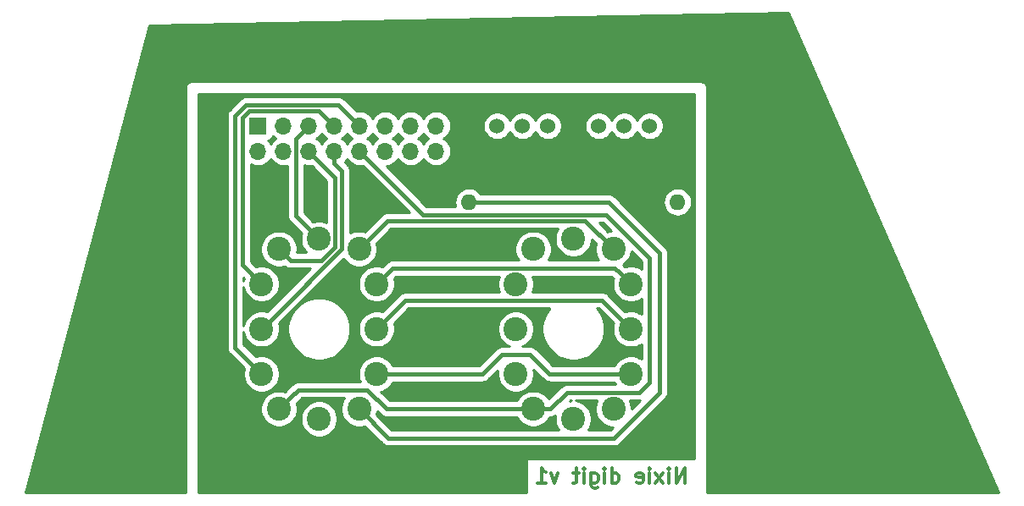
<source format=gbr>
G04 #@! TF.GenerationSoftware,KiCad,Pcbnew,(5.1.0)-1*
G04 #@! TF.CreationDate,2021-08-08T02:08:21-05:00*
G04 #@! TF.ProjectId,nixie_legacy-digit,6e697869-655f-46c6-9567-6163792d6469,rev?*
G04 #@! TF.SameCoordinates,Original*
G04 #@! TF.FileFunction,Copper,L2,Bot*
G04 #@! TF.FilePolarity,Positive*
%FSLAX46Y46*%
G04 Gerber Fmt 4.6, Leading zero omitted, Abs format (unit mm)*
G04 Created by KiCad (PCBNEW (5.1.0)-1) date 2021-08-08 02:08:21*
%MOMM*%
%LPD*%
G04 APERTURE LIST*
%ADD10C,0.300000*%
%ADD11O,1.600000X1.600000*%
%ADD12C,2.397760*%
%ADD13C,1.524000*%
%ADD14R,1.700000X1.700000*%
%ADD15O,1.700000X1.700000*%
%ADD16C,0.381000*%
%ADD17C,0.254000*%
G04 APERTURE END LIST*
D10*
X125431428Y-124630571D02*
X125431428Y-123130571D01*
X124574285Y-124630571D01*
X124574285Y-123130571D01*
X123860000Y-124630571D02*
X123860000Y-123630571D01*
X123860000Y-123130571D02*
X123931428Y-123202000D01*
X123860000Y-123273428D01*
X123788571Y-123202000D01*
X123860000Y-123130571D01*
X123860000Y-123273428D01*
X123288571Y-124630571D02*
X122502857Y-123630571D01*
X123288571Y-123630571D02*
X122502857Y-124630571D01*
X121931428Y-124630571D02*
X121931428Y-123630571D01*
X121931428Y-123130571D02*
X122002857Y-123202000D01*
X121931428Y-123273428D01*
X121860000Y-123202000D01*
X121931428Y-123130571D01*
X121931428Y-123273428D01*
X120645714Y-124559142D02*
X120788571Y-124630571D01*
X121074285Y-124630571D01*
X121217142Y-124559142D01*
X121288571Y-124416285D01*
X121288571Y-123844857D01*
X121217142Y-123702000D01*
X121074285Y-123630571D01*
X120788571Y-123630571D01*
X120645714Y-123702000D01*
X120574285Y-123844857D01*
X120574285Y-123987714D01*
X121288571Y-124130571D01*
X118145714Y-124630571D02*
X118145714Y-123130571D01*
X118145714Y-124559142D02*
X118288571Y-124630571D01*
X118574285Y-124630571D01*
X118717142Y-124559142D01*
X118788571Y-124487714D01*
X118860000Y-124344857D01*
X118860000Y-123916285D01*
X118788571Y-123773428D01*
X118717142Y-123702000D01*
X118574285Y-123630571D01*
X118288571Y-123630571D01*
X118145714Y-123702000D01*
X117431428Y-124630571D02*
X117431428Y-123630571D01*
X117431428Y-123130571D02*
X117502857Y-123202000D01*
X117431428Y-123273428D01*
X117360000Y-123202000D01*
X117431428Y-123130571D01*
X117431428Y-123273428D01*
X116074285Y-123630571D02*
X116074285Y-124844857D01*
X116145714Y-124987714D01*
X116217142Y-125059142D01*
X116360000Y-125130571D01*
X116574285Y-125130571D01*
X116717142Y-125059142D01*
X116074285Y-124559142D02*
X116217142Y-124630571D01*
X116502857Y-124630571D01*
X116645714Y-124559142D01*
X116717142Y-124487714D01*
X116788571Y-124344857D01*
X116788571Y-123916285D01*
X116717142Y-123773428D01*
X116645714Y-123702000D01*
X116502857Y-123630571D01*
X116217142Y-123630571D01*
X116074285Y-123702000D01*
X115360000Y-124630571D02*
X115360000Y-123630571D01*
X115360000Y-123130571D02*
X115431428Y-123202000D01*
X115360000Y-123273428D01*
X115288571Y-123202000D01*
X115360000Y-123130571D01*
X115360000Y-123273428D01*
X114860000Y-123630571D02*
X114288571Y-123630571D01*
X114645714Y-123130571D02*
X114645714Y-124416285D01*
X114574285Y-124559142D01*
X114431428Y-124630571D01*
X114288571Y-124630571D01*
X112788571Y-123630571D02*
X112431428Y-124630571D01*
X112074285Y-123630571D01*
X110717142Y-124630571D02*
X111574285Y-124630571D01*
X111145714Y-124630571D02*
X111145714Y-123130571D01*
X111288571Y-123344857D01*
X111431428Y-123487714D01*
X111574285Y-123559142D01*
D11*
X124714000Y-96520000D03*
X103886000Y-96520000D03*
D12*
X120048020Y-113718340D03*
X110302040Y-117218460D03*
X108551980Y-113718340D03*
X108551980Y-109220000D03*
X108551980Y-104721660D03*
X110302040Y-101221540D03*
X114300000Y-100220780D03*
X118297960Y-101221540D03*
X120048020Y-104721660D03*
X120048020Y-109220000D03*
X118297960Y-117218460D03*
X114300000Y-118219220D03*
X94648020Y-113718340D03*
X84902040Y-117218460D03*
X83151980Y-113718340D03*
X83151980Y-109220000D03*
X83151980Y-104721660D03*
X84902040Y-101221540D03*
X88900000Y-100220780D03*
X92897960Y-101221540D03*
X94648020Y-104721660D03*
X94648020Y-109220000D03*
X92897960Y-117218460D03*
X88900000Y-118219220D03*
D13*
X121920000Y-88900000D03*
X111760000Y-88900000D03*
X119380000Y-88900000D03*
X109220000Y-88900000D03*
X116840000Y-88900000D03*
X106680000Y-88900000D03*
D14*
X82804000Y-88900000D03*
D15*
X82804000Y-91440000D03*
X85344000Y-88900000D03*
X85344000Y-91440000D03*
X87884000Y-88900000D03*
X87884000Y-91440000D03*
X90424000Y-88900000D03*
X90424000Y-91440000D03*
X92964000Y-88900000D03*
X92964000Y-91440000D03*
X95504000Y-88900000D03*
X95504000Y-91440000D03*
X98044000Y-88900000D03*
X98044000Y-91440000D03*
X100584000Y-88900000D03*
X100584000Y-91440000D03*
D16*
X86100919Y-116019581D02*
X84902040Y-117218460D01*
X86804500Y-115316000D02*
X86100919Y-116019581D01*
X93726000Y-115316000D02*
X86804500Y-115316000D01*
X110302040Y-117218460D02*
X95628460Y-117218460D01*
X95628460Y-117218460D02*
X93726000Y-115316000D01*
X117602000Y-97790000D02*
X99314000Y-97790000D01*
X111997512Y-117218460D02*
X113645972Y-115570000D01*
X99314000Y-97790000D02*
X92964000Y-91440000D01*
X113645972Y-115570000D02*
X120904000Y-115570000D01*
X120904000Y-115570000D02*
X121920000Y-114554000D01*
X110302040Y-117218460D02*
X111997512Y-117218460D01*
X121920000Y-114554000D02*
X121920000Y-102108000D01*
X121920000Y-102108000D02*
X117602000Y-97790000D01*
X80518000Y-111084360D02*
X81953101Y-112519461D01*
X81953101Y-112519461D02*
X83151980Y-113718340D01*
X81607011Y-86794989D02*
X80518000Y-87884000D01*
X80518000Y-87884000D02*
X80518000Y-111084360D01*
X90858989Y-86794989D02*
X81607011Y-86794989D01*
X92964000Y-88900000D02*
X90858989Y-86794989D01*
X90424000Y-92642081D02*
X91186000Y-93404081D01*
X90424000Y-91440000D02*
X90424000Y-92642081D01*
X91186000Y-93404081D02*
X91186000Y-101185980D01*
X91186000Y-101185980D02*
X84350859Y-108021121D01*
X84350859Y-108021121D02*
X83151980Y-109220000D01*
X89574001Y-88050001D02*
X90424000Y-88900000D01*
X88900000Y-87376000D02*
X89574001Y-88050001D01*
X83151980Y-104721660D02*
X81244489Y-102814169D01*
X81244489Y-88056609D02*
X81925098Y-87376000D01*
X81925098Y-87376000D02*
X88900000Y-87376000D01*
X81244489Y-102814169D02*
X81244489Y-88056609D01*
X88733999Y-92289999D02*
X87884000Y-91440000D01*
X90489381Y-94045381D02*
X88733999Y-92289999D01*
X90489381Y-101026619D02*
X90489381Y-94045381D01*
X89154000Y-102362000D02*
X90489381Y-101026619D01*
X84902040Y-101221540D02*
X86042500Y-102362000D01*
X86042500Y-102362000D02*
X89154000Y-102362000D01*
X87034001Y-89749999D02*
X87884000Y-88900000D01*
X86584501Y-90199499D02*
X87034001Y-89749999D01*
X86584501Y-97905281D02*
X86584501Y-90199499D01*
X88900000Y-100220780D02*
X86584501Y-97905281D01*
X94096839Y-100022661D02*
X92897960Y-101221540D01*
X118297960Y-101221540D02*
X115447431Y-98371011D01*
X115447431Y-98371011D02*
X95748489Y-98371011D01*
X95748489Y-98371011D02*
X94096839Y-100022661D01*
X118849141Y-103522781D02*
X120048020Y-104721660D01*
X118458639Y-103132279D02*
X118849141Y-103522781D01*
X96237401Y-103132279D02*
X118458639Y-103132279D01*
X94648020Y-104721660D02*
X96237401Y-103132279D01*
X95846899Y-108021121D02*
X94648020Y-109220000D01*
X97537881Y-106330139D02*
X95846899Y-108021121D01*
X117158159Y-106330139D02*
X97537881Y-106330139D01*
X120048020Y-109220000D02*
X117158159Y-106330139D01*
X96343492Y-113718340D02*
X94648020Y-113718340D01*
X105229660Y-113718340D02*
X96343492Y-113718340D01*
X107188000Y-111760000D02*
X105229660Y-113718340D01*
X109982000Y-111760000D02*
X107188000Y-111760000D01*
X120048020Y-113718340D02*
X111940340Y-113718340D01*
X111940340Y-113718340D02*
X109982000Y-111760000D01*
X105017370Y-96520000D02*
X103886000Y-96520000D01*
X95821500Y-120142000D02*
X118364000Y-120142000D01*
X92897960Y-117218460D02*
X95821500Y-120142000D01*
X118364000Y-120142000D02*
X122936000Y-115570000D01*
X122936000Y-115570000D02*
X122936000Y-101600000D01*
X122936000Y-101600000D02*
X117856000Y-96520000D01*
X117856000Y-96520000D02*
X105017370Y-96520000D01*
D17*
G36*
X156777932Y-125603000D02*
G01*
X127647700Y-125603000D01*
X127647700Y-85121809D01*
X127650833Y-85090000D01*
X127638327Y-84963029D01*
X127601291Y-84840937D01*
X127541148Y-84728417D01*
X127460208Y-84629792D01*
X127361583Y-84548852D01*
X127249063Y-84488709D01*
X127126971Y-84451673D01*
X127031809Y-84442300D01*
X127031808Y-84442300D01*
X127000000Y-84439167D01*
X126968191Y-84442300D01*
X76231809Y-84442300D01*
X76200000Y-84439167D01*
X76168192Y-84442300D01*
X76168191Y-84442300D01*
X76073029Y-84451673D01*
X75950937Y-84488709D01*
X75838417Y-84548852D01*
X75739792Y-84629792D01*
X75658852Y-84728417D01*
X75598709Y-84840937D01*
X75561673Y-84963029D01*
X75549167Y-85090000D01*
X75552301Y-85121819D01*
X75552300Y-125603000D01*
X59601017Y-125603000D01*
X71980251Y-78865076D01*
X135807615Y-77598660D01*
X156777932Y-125603000D01*
X156777932Y-125603000D01*
G37*
X156777932Y-125603000D02*
X127647700Y-125603000D01*
X127647700Y-85121809D01*
X127650833Y-85090000D01*
X127638327Y-84963029D01*
X127601291Y-84840937D01*
X127541148Y-84728417D01*
X127460208Y-84629792D01*
X127361583Y-84548852D01*
X127249063Y-84488709D01*
X127126971Y-84451673D01*
X127031809Y-84442300D01*
X127031808Y-84442300D01*
X127000000Y-84439167D01*
X126968191Y-84442300D01*
X76231809Y-84442300D01*
X76200000Y-84439167D01*
X76168192Y-84442300D01*
X76168191Y-84442300D01*
X76073029Y-84451673D01*
X75950937Y-84488709D01*
X75838417Y-84548852D01*
X75739792Y-84629792D01*
X75658852Y-84728417D01*
X75598709Y-84840937D01*
X75561673Y-84963029D01*
X75549167Y-85090000D01*
X75552301Y-85121819D01*
X75552300Y-125603000D01*
X59601017Y-125603000D01*
X71980251Y-78865076D01*
X135807615Y-77598660D01*
X156777932Y-125603000D01*
G36*
X126352300Y-122162000D02*
G01*
X109646429Y-122162000D01*
X109646429Y-125603000D01*
X76847700Y-125603000D01*
X76847700Y-87884000D01*
X79688506Y-87884000D01*
X79692500Y-87924550D01*
X79692501Y-111043799D01*
X79688506Y-111084360D01*
X79704445Y-111246186D01*
X79751647Y-111401793D01*
X79828301Y-111545202D01*
X79889863Y-111620214D01*
X79931460Y-111670901D01*
X79962961Y-111696753D01*
X81398059Y-113131852D01*
X81398064Y-113131856D01*
X81406456Y-113140248D01*
X81388575Y-113183417D01*
X81318100Y-113537719D01*
X81318100Y-113898961D01*
X81388575Y-114253263D01*
X81526817Y-114587008D01*
X81727513Y-114887370D01*
X81982950Y-115142807D01*
X82283312Y-115343503D01*
X82617057Y-115481745D01*
X82971359Y-115552220D01*
X83332601Y-115552220D01*
X83686903Y-115481745D01*
X84020648Y-115343503D01*
X84321010Y-115142807D01*
X84576447Y-114887370D01*
X84777143Y-114587008D01*
X84915385Y-114253263D01*
X84985860Y-113898961D01*
X84985860Y-113537719D01*
X84915385Y-113183417D01*
X84777143Y-112849672D01*
X84576447Y-112549310D01*
X84321010Y-112293873D01*
X84020648Y-112093177D01*
X83686903Y-111954935D01*
X83332601Y-111884460D01*
X82971359Y-111884460D01*
X82617057Y-111954935D01*
X82573888Y-111972816D01*
X82565496Y-111964424D01*
X82565492Y-111964419D01*
X81343500Y-110742428D01*
X81343500Y-109528316D01*
X81388575Y-109754923D01*
X81526817Y-110088668D01*
X81727513Y-110389030D01*
X81982950Y-110644467D01*
X82283312Y-110845163D01*
X82617057Y-110983405D01*
X82971359Y-111053880D01*
X83332601Y-111053880D01*
X83686903Y-110983405D01*
X84020648Y-110845163D01*
X84321010Y-110644467D01*
X84576447Y-110389030D01*
X84777143Y-110088668D01*
X84915385Y-109754923D01*
X84985860Y-109400621D01*
X84985860Y-109039379D01*
X84960382Y-108911292D01*
X85765640Y-108911292D01*
X85765640Y-109528708D01*
X85886092Y-110134259D01*
X86122366Y-110704676D01*
X86465383Y-111218038D01*
X86901962Y-111654617D01*
X87415324Y-111997634D01*
X87985741Y-112233908D01*
X88591292Y-112354360D01*
X89208708Y-112354360D01*
X89814259Y-112233908D01*
X90384676Y-111997634D01*
X90898038Y-111654617D01*
X91334617Y-111218038D01*
X91677634Y-110704676D01*
X91913908Y-110134259D01*
X92034360Y-109528708D01*
X92034360Y-108911292D01*
X91913908Y-108305741D01*
X91677634Y-107735324D01*
X91334617Y-107221962D01*
X90898038Y-106785383D01*
X90384676Y-106442366D01*
X89814259Y-106206092D01*
X89208708Y-106085640D01*
X88591292Y-106085640D01*
X87985741Y-106206092D01*
X87415324Y-106442366D01*
X86901962Y-106785383D01*
X86465383Y-107221962D01*
X86122366Y-107735324D01*
X85886092Y-108305741D01*
X85765640Y-108911292D01*
X84960382Y-108911292D01*
X84915385Y-108685077D01*
X84897504Y-108641909D01*
X84963250Y-108576163D01*
X84963255Y-108576157D01*
X91343456Y-102195957D01*
X91473493Y-102390570D01*
X91728930Y-102646007D01*
X92029292Y-102846703D01*
X92363037Y-102984945D01*
X92717339Y-103055420D01*
X93078581Y-103055420D01*
X93432883Y-102984945D01*
X93766628Y-102846703D01*
X94066990Y-102646007D01*
X94322427Y-102390570D01*
X94523123Y-102090208D01*
X94661365Y-101756463D01*
X94731840Y-101402161D01*
X94731840Y-101040919D01*
X94661365Y-100686617D01*
X94643484Y-100643449D01*
X94709230Y-100577703D01*
X94709234Y-100577698D01*
X96090423Y-99196511D01*
X112778807Y-99196511D01*
X112674837Y-99352112D01*
X112536595Y-99685857D01*
X112466120Y-100040159D01*
X112466120Y-100401401D01*
X112536595Y-100755703D01*
X112674837Y-101089448D01*
X112875533Y-101389810D01*
X113130970Y-101645247D01*
X113431332Y-101845943D01*
X113765077Y-101984185D01*
X114119379Y-102054660D01*
X114480621Y-102054660D01*
X114834923Y-101984185D01*
X115168668Y-101845943D01*
X115469030Y-101645247D01*
X115724467Y-101389810D01*
X115925163Y-101089448D01*
X116063405Y-100755703D01*
X116133880Y-100401401D01*
X116133880Y-100224893D01*
X116552436Y-100643449D01*
X116534555Y-100686617D01*
X116464080Y-101040919D01*
X116464080Y-101402161D01*
X116534555Y-101756463D01*
X116672797Y-102090208D01*
X116817505Y-102306779D01*
X111782495Y-102306779D01*
X111927203Y-102090208D01*
X112065445Y-101756463D01*
X112135920Y-101402161D01*
X112135920Y-101040919D01*
X112065445Y-100686617D01*
X111927203Y-100352872D01*
X111726507Y-100052510D01*
X111471070Y-99797073D01*
X111170708Y-99596377D01*
X110836963Y-99458135D01*
X110482661Y-99387660D01*
X110121419Y-99387660D01*
X109767117Y-99458135D01*
X109433372Y-99596377D01*
X109133010Y-99797073D01*
X108877573Y-100052510D01*
X108676877Y-100352872D01*
X108538635Y-100686617D01*
X108468160Y-101040919D01*
X108468160Y-101402161D01*
X108538635Y-101756463D01*
X108676877Y-102090208D01*
X108821585Y-102306779D01*
X96277951Y-102306779D01*
X96237400Y-102302785D01*
X96196850Y-102306779D01*
X96196848Y-102306779D01*
X96075575Y-102318723D01*
X95919967Y-102365926D01*
X95776558Y-102442580D01*
X95714997Y-102493102D01*
X95650860Y-102545738D01*
X95625007Y-102577240D01*
X95226111Y-102976136D01*
X95182943Y-102958255D01*
X94828641Y-102887780D01*
X94467399Y-102887780D01*
X94113097Y-102958255D01*
X93779352Y-103096497D01*
X93478990Y-103297193D01*
X93223553Y-103552630D01*
X93022857Y-103852992D01*
X92884615Y-104186737D01*
X92814140Y-104541039D01*
X92814140Y-104902281D01*
X92884615Y-105256583D01*
X93022857Y-105590328D01*
X93223553Y-105890690D01*
X93478990Y-106146127D01*
X93779352Y-106346823D01*
X94113097Y-106485065D01*
X94467399Y-106555540D01*
X94828641Y-106555540D01*
X95182943Y-106485065D01*
X95516688Y-106346823D01*
X95817050Y-106146127D01*
X96072487Y-105890690D01*
X96273183Y-105590328D01*
X96411425Y-105256583D01*
X96481900Y-104902281D01*
X96481900Y-104541039D01*
X96411425Y-104186737D01*
X96393544Y-104143569D01*
X96579334Y-103957779D01*
X106883413Y-103957779D01*
X106788575Y-104186737D01*
X106718100Y-104541039D01*
X106718100Y-104902281D01*
X106788575Y-105256583D01*
X106891323Y-105504639D01*
X97578431Y-105504639D01*
X97537881Y-105500645D01*
X97497330Y-105504639D01*
X97497328Y-105504639D01*
X97376055Y-105516583D01*
X97220447Y-105563786D01*
X97077038Y-105640440D01*
X96982839Y-105717747D01*
X96982838Y-105717748D01*
X96951340Y-105743598D01*
X96925492Y-105775094D01*
X95291862Y-107408726D01*
X95291857Y-107408730D01*
X95226111Y-107474476D01*
X95182943Y-107456595D01*
X94828641Y-107386120D01*
X94467399Y-107386120D01*
X94113097Y-107456595D01*
X93779352Y-107594837D01*
X93478990Y-107795533D01*
X93223553Y-108050970D01*
X93022857Y-108351332D01*
X92884615Y-108685077D01*
X92814140Y-109039379D01*
X92814140Y-109400621D01*
X92884615Y-109754923D01*
X93022857Y-110088668D01*
X93223553Y-110389030D01*
X93478990Y-110644467D01*
X93779352Y-110845163D01*
X94113097Y-110983405D01*
X94467399Y-111053880D01*
X94828641Y-111053880D01*
X95182943Y-110983405D01*
X95516688Y-110845163D01*
X95817050Y-110644467D01*
X96072487Y-110389030D01*
X96273183Y-110088668D01*
X96411425Y-109754923D01*
X96481900Y-109400621D01*
X96481900Y-109039379D01*
X96411425Y-108685077D01*
X96393544Y-108641909D01*
X96459290Y-108576163D01*
X96459294Y-108576158D01*
X97879815Y-107155639D01*
X111931706Y-107155639D01*
X111865383Y-107221962D01*
X111522366Y-107735324D01*
X111286092Y-108305741D01*
X111165640Y-108911292D01*
X111165640Y-109528708D01*
X111286092Y-110134259D01*
X111522366Y-110704676D01*
X111865383Y-111218038D01*
X112301962Y-111654617D01*
X112815324Y-111997634D01*
X113385741Y-112233908D01*
X113991292Y-112354360D01*
X114608708Y-112354360D01*
X115214259Y-112233908D01*
X115784676Y-111997634D01*
X116298038Y-111654617D01*
X116734617Y-111218038D01*
X117077634Y-110704676D01*
X117313908Y-110134259D01*
X117434360Y-109528708D01*
X117434360Y-108911292D01*
X117313908Y-108305741D01*
X117077634Y-107735324D01*
X116734617Y-107221962D01*
X116668294Y-107155639D01*
X116816227Y-107155639D01*
X118302496Y-108641909D01*
X118284615Y-108685077D01*
X118214140Y-109039379D01*
X118214140Y-109400621D01*
X118284615Y-109754923D01*
X118422857Y-110088668D01*
X118623553Y-110389030D01*
X118878990Y-110644467D01*
X119179352Y-110845163D01*
X119513097Y-110983405D01*
X119867399Y-111053880D01*
X120228641Y-111053880D01*
X120582943Y-110983405D01*
X120916688Y-110845163D01*
X121094500Y-110726352D01*
X121094500Y-112211988D01*
X120916688Y-112093177D01*
X120582943Y-111954935D01*
X120228641Y-111884460D01*
X119867399Y-111884460D01*
X119513097Y-111954935D01*
X119179352Y-112093177D01*
X118878990Y-112293873D01*
X118623553Y-112549310D01*
X118422857Y-112849672D01*
X118404976Y-112892840D01*
X112282273Y-112892840D01*
X110594398Y-111204966D01*
X110568541Y-111173459D01*
X110442842Y-111070301D01*
X110299434Y-110993647D01*
X110143826Y-110946444D01*
X110022553Y-110934500D01*
X110022550Y-110934500D01*
X109982000Y-110930506D01*
X109941450Y-110934500D01*
X109204970Y-110934500D01*
X109420648Y-110845163D01*
X109721010Y-110644467D01*
X109976447Y-110389030D01*
X110177143Y-110088668D01*
X110315385Y-109754923D01*
X110385860Y-109400621D01*
X110385860Y-109039379D01*
X110315385Y-108685077D01*
X110177143Y-108351332D01*
X109976447Y-108050970D01*
X109721010Y-107795533D01*
X109420648Y-107594837D01*
X109086903Y-107456595D01*
X108732601Y-107386120D01*
X108371359Y-107386120D01*
X108017057Y-107456595D01*
X107683312Y-107594837D01*
X107382950Y-107795533D01*
X107127513Y-108050970D01*
X106926817Y-108351332D01*
X106788575Y-108685077D01*
X106718100Y-109039379D01*
X106718100Y-109400621D01*
X106788575Y-109754923D01*
X106926817Y-110088668D01*
X107127513Y-110389030D01*
X107382950Y-110644467D01*
X107683312Y-110845163D01*
X107898990Y-110934500D01*
X107228550Y-110934500D01*
X107188000Y-110930506D01*
X107147449Y-110934500D01*
X107147447Y-110934500D01*
X107026174Y-110946444D01*
X106870566Y-110993647D01*
X106727157Y-111070301D01*
X106665596Y-111120823D01*
X106601459Y-111173459D01*
X106575606Y-111204961D01*
X104887728Y-112892840D01*
X96291064Y-112892840D01*
X96273183Y-112849672D01*
X96072487Y-112549310D01*
X95817050Y-112293873D01*
X95516688Y-112093177D01*
X95182943Y-111954935D01*
X94828641Y-111884460D01*
X94467399Y-111884460D01*
X94113097Y-111954935D01*
X93779352Y-112093177D01*
X93478990Y-112293873D01*
X93223553Y-112549310D01*
X93022857Y-112849672D01*
X92884615Y-113183417D01*
X92814140Y-113537719D01*
X92814140Y-113898961D01*
X92884615Y-114253263D01*
X92982882Y-114490500D01*
X86845050Y-114490500D01*
X86804500Y-114486506D01*
X86763949Y-114490500D01*
X86763947Y-114490500D01*
X86642674Y-114502444D01*
X86506209Y-114543840D01*
X86487066Y-114549647D01*
X86343657Y-114626301D01*
X86249458Y-114703608D01*
X86249457Y-114703609D01*
X86217959Y-114729459D01*
X86192110Y-114760956D01*
X85545882Y-115407186D01*
X85545877Y-115407190D01*
X85480131Y-115472936D01*
X85436963Y-115455055D01*
X85082661Y-115384580D01*
X84721419Y-115384580D01*
X84367117Y-115455055D01*
X84033372Y-115593297D01*
X83733010Y-115793993D01*
X83477573Y-116049430D01*
X83276877Y-116349792D01*
X83138635Y-116683537D01*
X83068160Y-117037839D01*
X83068160Y-117399081D01*
X83138635Y-117753383D01*
X83276877Y-118087128D01*
X83477573Y-118387490D01*
X83733010Y-118642927D01*
X84033372Y-118843623D01*
X84367117Y-118981865D01*
X84721419Y-119052340D01*
X85082661Y-119052340D01*
X85436963Y-118981865D01*
X85770708Y-118843623D01*
X86071070Y-118642927D01*
X86326507Y-118387490D01*
X86527203Y-118087128D01*
X86547304Y-118038599D01*
X87066120Y-118038599D01*
X87066120Y-118399841D01*
X87136595Y-118754143D01*
X87274837Y-119087888D01*
X87475533Y-119388250D01*
X87730970Y-119643687D01*
X88031332Y-119844383D01*
X88365077Y-119982625D01*
X88719379Y-120053100D01*
X89080621Y-120053100D01*
X89434923Y-119982625D01*
X89768668Y-119844383D01*
X90069030Y-119643687D01*
X90324467Y-119388250D01*
X90525163Y-119087888D01*
X90663405Y-118754143D01*
X90733880Y-118399841D01*
X90733880Y-118038599D01*
X90663405Y-117684297D01*
X90525163Y-117350552D01*
X90324467Y-117050190D01*
X90069030Y-116794753D01*
X89768668Y-116594057D01*
X89434923Y-116455815D01*
X89080621Y-116385340D01*
X88719379Y-116385340D01*
X88365077Y-116455815D01*
X88031332Y-116594057D01*
X87730970Y-116794753D01*
X87475533Y-117050190D01*
X87274837Y-117350552D01*
X87136595Y-117684297D01*
X87066120Y-118038599D01*
X86547304Y-118038599D01*
X86665445Y-117753383D01*
X86735920Y-117399081D01*
X86735920Y-117037839D01*
X86665445Y-116683537D01*
X86647564Y-116640369D01*
X86713310Y-116574623D01*
X86713314Y-116574618D01*
X87146433Y-116141500D01*
X91411974Y-116141500D01*
X91272797Y-116349792D01*
X91134555Y-116683537D01*
X91064080Y-117037839D01*
X91064080Y-117399081D01*
X91134555Y-117753383D01*
X91272797Y-118087128D01*
X91473493Y-118387490D01*
X91728930Y-118642927D01*
X92029292Y-118843623D01*
X92363037Y-118981865D01*
X92717339Y-119052340D01*
X93078581Y-119052340D01*
X93432883Y-118981865D01*
X93476051Y-118963984D01*
X95209111Y-120697045D01*
X95234959Y-120728541D01*
X95266455Y-120754389D01*
X95266458Y-120754392D01*
X95360657Y-120831699D01*
X95504066Y-120908353D01*
X95659674Y-120955556D01*
X95780947Y-120967500D01*
X95780949Y-120967500D01*
X95821500Y-120971494D01*
X95862050Y-120967500D01*
X118323450Y-120967500D01*
X118364000Y-120971494D01*
X118404550Y-120967500D01*
X118404553Y-120967500D01*
X118525826Y-120955556D01*
X118681434Y-120908353D01*
X118824842Y-120831699D01*
X118950541Y-120728541D01*
X118976398Y-120697034D01*
X123491042Y-116182391D01*
X123522541Y-116156541D01*
X123625699Y-116030842D01*
X123702353Y-115887434D01*
X123749556Y-115731826D01*
X123761500Y-115610553D01*
X123761500Y-115610544D01*
X123765493Y-115570001D01*
X123761500Y-115529458D01*
X123761500Y-101640550D01*
X123765494Y-101600000D01*
X123760416Y-101548444D01*
X123749556Y-101438174D01*
X123702353Y-101282566D01*
X123700183Y-101278506D01*
X123625699Y-101139157D01*
X123548392Y-101044958D01*
X123548389Y-101044955D01*
X123522541Y-101013459D01*
X123491045Y-100987611D01*
X119023433Y-96520000D01*
X123272057Y-96520000D01*
X123299764Y-96801309D01*
X123381818Y-97071808D01*
X123515068Y-97321101D01*
X123694392Y-97539608D01*
X123912899Y-97718932D01*
X124162192Y-97852182D01*
X124432691Y-97934236D01*
X124643508Y-97955000D01*
X124784492Y-97955000D01*
X124995309Y-97934236D01*
X125265808Y-97852182D01*
X125515101Y-97718932D01*
X125733608Y-97539608D01*
X125912932Y-97321101D01*
X126046182Y-97071808D01*
X126128236Y-96801309D01*
X126155943Y-96520000D01*
X126128236Y-96238691D01*
X126046182Y-95968192D01*
X125912932Y-95718899D01*
X125733608Y-95500392D01*
X125515101Y-95321068D01*
X125265808Y-95187818D01*
X124995309Y-95105764D01*
X124784492Y-95085000D01*
X124643508Y-95085000D01*
X124432691Y-95105764D01*
X124162192Y-95187818D01*
X123912899Y-95321068D01*
X123694392Y-95500392D01*
X123515068Y-95718899D01*
X123381818Y-95968192D01*
X123299764Y-96238691D01*
X123272057Y-96520000D01*
X119023433Y-96520000D01*
X118468398Y-95964966D01*
X118442541Y-95933459D01*
X118316842Y-95830301D01*
X118173434Y-95753647D01*
X118017826Y-95706444D01*
X117896553Y-95694500D01*
X117896550Y-95694500D01*
X117856000Y-95690506D01*
X117815450Y-95694500D01*
X105064908Y-95694500D01*
X104905608Y-95500392D01*
X104687101Y-95321068D01*
X104437808Y-95187818D01*
X104167309Y-95105764D01*
X103956492Y-95085000D01*
X103815508Y-95085000D01*
X103604691Y-95105764D01*
X103334192Y-95187818D01*
X103084899Y-95321068D01*
X102866392Y-95500392D01*
X102687068Y-95718899D01*
X102553818Y-95968192D01*
X102471764Y-96238691D01*
X102444057Y-96520000D01*
X102471764Y-96801309D01*
X102521267Y-96964500D01*
X99655933Y-96964500D01*
X95612892Y-92921460D01*
X95795111Y-92903513D01*
X96075034Y-92818599D01*
X96333014Y-92680706D01*
X96559134Y-92495134D01*
X96744706Y-92269014D01*
X96774000Y-92214209D01*
X96803294Y-92269014D01*
X96988866Y-92495134D01*
X97214986Y-92680706D01*
X97472966Y-92818599D01*
X97752889Y-92903513D01*
X97971050Y-92925000D01*
X98116950Y-92925000D01*
X98335111Y-92903513D01*
X98615034Y-92818599D01*
X98873014Y-92680706D01*
X99099134Y-92495134D01*
X99284706Y-92269014D01*
X99314000Y-92214209D01*
X99343294Y-92269014D01*
X99528866Y-92495134D01*
X99754986Y-92680706D01*
X100012966Y-92818599D01*
X100292889Y-92903513D01*
X100511050Y-92925000D01*
X100656950Y-92925000D01*
X100875111Y-92903513D01*
X101155034Y-92818599D01*
X101413014Y-92680706D01*
X101639134Y-92495134D01*
X101824706Y-92269014D01*
X101962599Y-92011034D01*
X102047513Y-91731111D01*
X102076185Y-91440000D01*
X102047513Y-91148889D01*
X101962599Y-90868966D01*
X101824706Y-90610986D01*
X101639134Y-90384866D01*
X101413014Y-90199294D01*
X101358209Y-90170000D01*
X101413014Y-90140706D01*
X101639134Y-89955134D01*
X101824706Y-89729014D01*
X101962599Y-89471034D01*
X102047513Y-89191111D01*
X102076185Y-88900000D01*
X102062634Y-88762408D01*
X105283000Y-88762408D01*
X105283000Y-89037592D01*
X105336686Y-89307490D01*
X105441995Y-89561727D01*
X105594880Y-89790535D01*
X105789465Y-89985120D01*
X106018273Y-90138005D01*
X106272510Y-90243314D01*
X106542408Y-90297000D01*
X106817592Y-90297000D01*
X107087490Y-90243314D01*
X107341727Y-90138005D01*
X107570535Y-89985120D01*
X107765120Y-89790535D01*
X107918005Y-89561727D01*
X107950000Y-89484485D01*
X107981995Y-89561727D01*
X108134880Y-89790535D01*
X108329465Y-89985120D01*
X108558273Y-90138005D01*
X108812510Y-90243314D01*
X109082408Y-90297000D01*
X109357592Y-90297000D01*
X109627490Y-90243314D01*
X109881727Y-90138005D01*
X110110535Y-89985120D01*
X110305120Y-89790535D01*
X110458005Y-89561727D01*
X110490000Y-89484485D01*
X110521995Y-89561727D01*
X110674880Y-89790535D01*
X110869465Y-89985120D01*
X111098273Y-90138005D01*
X111352510Y-90243314D01*
X111622408Y-90297000D01*
X111897592Y-90297000D01*
X112167490Y-90243314D01*
X112421727Y-90138005D01*
X112650535Y-89985120D01*
X112845120Y-89790535D01*
X112998005Y-89561727D01*
X113103314Y-89307490D01*
X113157000Y-89037592D01*
X113157000Y-88762408D01*
X115443000Y-88762408D01*
X115443000Y-89037592D01*
X115496686Y-89307490D01*
X115601995Y-89561727D01*
X115754880Y-89790535D01*
X115949465Y-89985120D01*
X116178273Y-90138005D01*
X116432510Y-90243314D01*
X116702408Y-90297000D01*
X116977592Y-90297000D01*
X117247490Y-90243314D01*
X117501727Y-90138005D01*
X117730535Y-89985120D01*
X117925120Y-89790535D01*
X118078005Y-89561727D01*
X118110000Y-89484485D01*
X118141995Y-89561727D01*
X118294880Y-89790535D01*
X118489465Y-89985120D01*
X118718273Y-90138005D01*
X118972510Y-90243314D01*
X119242408Y-90297000D01*
X119517592Y-90297000D01*
X119787490Y-90243314D01*
X120041727Y-90138005D01*
X120270535Y-89985120D01*
X120465120Y-89790535D01*
X120618005Y-89561727D01*
X120650000Y-89484485D01*
X120681995Y-89561727D01*
X120834880Y-89790535D01*
X121029465Y-89985120D01*
X121258273Y-90138005D01*
X121512510Y-90243314D01*
X121782408Y-90297000D01*
X122057592Y-90297000D01*
X122327490Y-90243314D01*
X122581727Y-90138005D01*
X122810535Y-89985120D01*
X123005120Y-89790535D01*
X123158005Y-89561727D01*
X123263314Y-89307490D01*
X123317000Y-89037592D01*
X123317000Y-88762408D01*
X123263314Y-88492510D01*
X123158005Y-88238273D01*
X123005120Y-88009465D01*
X122810535Y-87814880D01*
X122581727Y-87661995D01*
X122327490Y-87556686D01*
X122057592Y-87503000D01*
X121782408Y-87503000D01*
X121512510Y-87556686D01*
X121258273Y-87661995D01*
X121029465Y-87814880D01*
X120834880Y-88009465D01*
X120681995Y-88238273D01*
X120650000Y-88315515D01*
X120618005Y-88238273D01*
X120465120Y-88009465D01*
X120270535Y-87814880D01*
X120041727Y-87661995D01*
X119787490Y-87556686D01*
X119517592Y-87503000D01*
X119242408Y-87503000D01*
X118972510Y-87556686D01*
X118718273Y-87661995D01*
X118489465Y-87814880D01*
X118294880Y-88009465D01*
X118141995Y-88238273D01*
X118110000Y-88315515D01*
X118078005Y-88238273D01*
X117925120Y-88009465D01*
X117730535Y-87814880D01*
X117501727Y-87661995D01*
X117247490Y-87556686D01*
X116977592Y-87503000D01*
X116702408Y-87503000D01*
X116432510Y-87556686D01*
X116178273Y-87661995D01*
X115949465Y-87814880D01*
X115754880Y-88009465D01*
X115601995Y-88238273D01*
X115496686Y-88492510D01*
X115443000Y-88762408D01*
X113157000Y-88762408D01*
X113103314Y-88492510D01*
X112998005Y-88238273D01*
X112845120Y-88009465D01*
X112650535Y-87814880D01*
X112421727Y-87661995D01*
X112167490Y-87556686D01*
X111897592Y-87503000D01*
X111622408Y-87503000D01*
X111352510Y-87556686D01*
X111098273Y-87661995D01*
X110869465Y-87814880D01*
X110674880Y-88009465D01*
X110521995Y-88238273D01*
X110490000Y-88315515D01*
X110458005Y-88238273D01*
X110305120Y-88009465D01*
X110110535Y-87814880D01*
X109881727Y-87661995D01*
X109627490Y-87556686D01*
X109357592Y-87503000D01*
X109082408Y-87503000D01*
X108812510Y-87556686D01*
X108558273Y-87661995D01*
X108329465Y-87814880D01*
X108134880Y-88009465D01*
X107981995Y-88238273D01*
X107950000Y-88315515D01*
X107918005Y-88238273D01*
X107765120Y-88009465D01*
X107570535Y-87814880D01*
X107341727Y-87661995D01*
X107087490Y-87556686D01*
X106817592Y-87503000D01*
X106542408Y-87503000D01*
X106272510Y-87556686D01*
X106018273Y-87661995D01*
X105789465Y-87814880D01*
X105594880Y-88009465D01*
X105441995Y-88238273D01*
X105336686Y-88492510D01*
X105283000Y-88762408D01*
X102062634Y-88762408D01*
X102047513Y-88608889D01*
X101962599Y-88328966D01*
X101824706Y-88070986D01*
X101639134Y-87844866D01*
X101413014Y-87659294D01*
X101155034Y-87521401D01*
X100875111Y-87436487D01*
X100656950Y-87415000D01*
X100511050Y-87415000D01*
X100292889Y-87436487D01*
X100012966Y-87521401D01*
X99754986Y-87659294D01*
X99528866Y-87844866D01*
X99343294Y-88070986D01*
X99314000Y-88125791D01*
X99284706Y-88070986D01*
X99099134Y-87844866D01*
X98873014Y-87659294D01*
X98615034Y-87521401D01*
X98335111Y-87436487D01*
X98116950Y-87415000D01*
X97971050Y-87415000D01*
X97752889Y-87436487D01*
X97472966Y-87521401D01*
X97214986Y-87659294D01*
X96988866Y-87844866D01*
X96803294Y-88070986D01*
X96774000Y-88125791D01*
X96744706Y-88070986D01*
X96559134Y-87844866D01*
X96333014Y-87659294D01*
X96075034Y-87521401D01*
X95795111Y-87436487D01*
X95576950Y-87415000D01*
X95431050Y-87415000D01*
X95212889Y-87436487D01*
X94932966Y-87521401D01*
X94674986Y-87659294D01*
X94448866Y-87844866D01*
X94263294Y-88070986D01*
X94234000Y-88125791D01*
X94204706Y-88070986D01*
X94019134Y-87844866D01*
X93793014Y-87659294D01*
X93535034Y-87521401D01*
X93255111Y-87436487D01*
X93036950Y-87415000D01*
X92891050Y-87415000D01*
X92672889Y-87436487D01*
X92669076Y-87437644D01*
X91471387Y-86239955D01*
X91445530Y-86208448D01*
X91319831Y-86105290D01*
X91176423Y-86028636D01*
X91020815Y-85981433D01*
X90899542Y-85969489D01*
X90899539Y-85969489D01*
X90858989Y-85965495D01*
X90818439Y-85969489D01*
X81647561Y-85969489D01*
X81607010Y-85965495D01*
X81566460Y-85969489D01*
X81566458Y-85969489D01*
X81445185Y-85981433D01*
X81289577Y-86028636D01*
X81146168Y-86105290D01*
X81084607Y-86155812D01*
X81020470Y-86208448D01*
X80994617Y-86239950D01*
X79962966Y-87271602D01*
X79931459Y-87297459D01*
X79888316Y-87350030D01*
X79828301Y-87423158D01*
X79767009Y-87537827D01*
X79751647Y-87566567D01*
X79704444Y-87722175D01*
X79692500Y-87843447D01*
X79688506Y-87884000D01*
X76847700Y-87884000D01*
X76847700Y-85737700D01*
X126352300Y-85737700D01*
X126352300Y-122162000D01*
X126352300Y-122162000D01*
G37*
X126352300Y-122162000D02*
X109646429Y-122162000D01*
X109646429Y-125603000D01*
X76847700Y-125603000D01*
X76847700Y-87884000D01*
X79688506Y-87884000D01*
X79692500Y-87924550D01*
X79692501Y-111043799D01*
X79688506Y-111084360D01*
X79704445Y-111246186D01*
X79751647Y-111401793D01*
X79828301Y-111545202D01*
X79889863Y-111620214D01*
X79931460Y-111670901D01*
X79962961Y-111696753D01*
X81398059Y-113131852D01*
X81398064Y-113131856D01*
X81406456Y-113140248D01*
X81388575Y-113183417D01*
X81318100Y-113537719D01*
X81318100Y-113898961D01*
X81388575Y-114253263D01*
X81526817Y-114587008D01*
X81727513Y-114887370D01*
X81982950Y-115142807D01*
X82283312Y-115343503D01*
X82617057Y-115481745D01*
X82971359Y-115552220D01*
X83332601Y-115552220D01*
X83686903Y-115481745D01*
X84020648Y-115343503D01*
X84321010Y-115142807D01*
X84576447Y-114887370D01*
X84777143Y-114587008D01*
X84915385Y-114253263D01*
X84985860Y-113898961D01*
X84985860Y-113537719D01*
X84915385Y-113183417D01*
X84777143Y-112849672D01*
X84576447Y-112549310D01*
X84321010Y-112293873D01*
X84020648Y-112093177D01*
X83686903Y-111954935D01*
X83332601Y-111884460D01*
X82971359Y-111884460D01*
X82617057Y-111954935D01*
X82573888Y-111972816D01*
X82565496Y-111964424D01*
X82565492Y-111964419D01*
X81343500Y-110742428D01*
X81343500Y-109528316D01*
X81388575Y-109754923D01*
X81526817Y-110088668D01*
X81727513Y-110389030D01*
X81982950Y-110644467D01*
X82283312Y-110845163D01*
X82617057Y-110983405D01*
X82971359Y-111053880D01*
X83332601Y-111053880D01*
X83686903Y-110983405D01*
X84020648Y-110845163D01*
X84321010Y-110644467D01*
X84576447Y-110389030D01*
X84777143Y-110088668D01*
X84915385Y-109754923D01*
X84985860Y-109400621D01*
X84985860Y-109039379D01*
X84960382Y-108911292D01*
X85765640Y-108911292D01*
X85765640Y-109528708D01*
X85886092Y-110134259D01*
X86122366Y-110704676D01*
X86465383Y-111218038D01*
X86901962Y-111654617D01*
X87415324Y-111997634D01*
X87985741Y-112233908D01*
X88591292Y-112354360D01*
X89208708Y-112354360D01*
X89814259Y-112233908D01*
X90384676Y-111997634D01*
X90898038Y-111654617D01*
X91334617Y-111218038D01*
X91677634Y-110704676D01*
X91913908Y-110134259D01*
X92034360Y-109528708D01*
X92034360Y-108911292D01*
X91913908Y-108305741D01*
X91677634Y-107735324D01*
X91334617Y-107221962D01*
X90898038Y-106785383D01*
X90384676Y-106442366D01*
X89814259Y-106206092D01*
X89208708Y-106085640D01*
X88591292Y-106085640D01*
X87985741Y-106206092D01*
X87415324Y-106442366D01*
X86901962Y-106785383D01*
X86465383Y-107221962D01*
X86122366Y-107735324D01*
X85886092Y-108305741D01*
X85765640Y-108911292D01*
X84960382Y-108911292D01*
X84915385Y-108685077D01*
X84897504Y-108641909D01*
X84963250Y-108576163D01*
X84963255Y-108576157D01*
X91343456Y-102195957D01*
X91473493Y-102390570D01*
X91728930Y-102646007D01*
X92029292Y-102846703D01*
X92363037Y-102984945D01*
X92717339Y-103055420D01*
X93078581Y-103055420D01*
X93432883Y-102984945D01*
X93766628Y-102846703D01*
X94066990Y-102646007D01*
X94322427Y-102390570D01*
X94523123Y-102090208D01*
X94661365Y-101756463D01*
X94731840Y-101402161D01*
X94731840Y-101040919D01*
X94661365Y-100686617D01*
X94643484Y-100643449D01*
X94709230Y-100577703D01*
X94709234Y-100577698D01*
X96090423Y-99196511D01*
X112778807Y-99196511D01*
X112674837Y-99352112D01*
X112536595Y-99685857D01*
X112466120Y-100040159D01*
X112466120Y-100401401D01*
X112536595Y-100755703D01*
X112674837Y-101089448D01*
X112875533Y-101389810D01*
X113130970Y-101645247D01*
X113431332Y-101845943D01*
X113765077Y-101984185D01*
X114119379Y-102054660D01*
X114480621Y-102054660D01*
X114834923Y-101984185D01*
X115168668Y-101845943D01*
X115469030Y-101645247D01*
X115724467Y-101389810D01*
X115925163Y-101089448D01*
X116063405Y-100755703D01*
X116133880Y-100401401D01*
X116133880Y-100224893D01*
X116552436Y-100643449D01*
X116534555Y-100686617D01*
X116464080Y-101040919D01*
X116464080Y-101402161D01*
X116534555Y-101756463D01*
X116672797Y-102090208D01*
X116817505Y-102306779D01*
X111782495Y-102306779D01*
X111927203Y-102090208D01*
X112065445Y-101756463D01*
X112135920Y-101402161D01*
X112135920Y-101040919D01*
X112065445Y-100686617D01*
X111927203Y-100352872D01*
X111726507Y-100052510D01*
X111471070Y-99797073D01*
X111170708Y-99596377D01*
X110836963Y-99458135D01*
X110482661Y-99387660D01*
X110121419Y-99387660D01*
X109767117Y-99458135D01*
X109433372Y-99596377D01*
X109133010Y-99797073D01*
X108877573Y-100052510D01*
X108676877Y-100352872D01*
X108538635Y-100686617D01*
X108468160Y-101040919D01*
X108468160Y-101402161D01*
X108538635Y-101756463D01*
X108676877Y-102090208D01*
X108821585Y-102306779D01*
X96277951Y-102306779D01*
X96237400Y-102302785D01*
X96196850Y-102306779D01*
X96196848Y-102306779D01*
X96075575Y-102318723D01*
X95919967Y-102365926D01*
X95776558Y-102442580D01*
X95714997Y-102493102D01*
X95650860Y-102545738D01*
X95625007Y-102577240D01*
X95226111Y-102976136D01*
X95182943Y-102958255D01*
X94828641Y-102887780D01*
X94467399Y-102887780D01*
X94113097Y-102958255D01*
X93779352Y-103096497D01*
X93478990Y-103297193D01*
X93223553Y-103552630D01*
X93022857Y-103852992D01*
X92884615Y-104186737D01*
X92814140Y-104541039D01*
X92814140Y-104902281D01*
X92884615Y-105256583D01*
X93022857Y-105590328D01*
X93223553Y-105890690D01*
X93478990Y-106146127D01*
X93779352Y-106346823D01*
X94113097Y-106485065D01*
X94467399Y-106555540D01*
X94828641Y-106555540D01*
X95182943Y-106485065D01*
X95516688Y-106346823D01*
X95817050Y-106146127D01*
X96072487Y-105890690D01*
X96273183Y-105590328D01*
X96411425Y-105256583D01*
X96481900Y-104902281D01*
X96481900Y-104541039D01*
X96411425Y-104186737D01*
X96393544Y-104143569D01*
X96579334Y-103957779D01*
X106883413Y-103957779D01*
X106788575Y-104186737D01*
X106718100Y-104541039D01*
X106718100Y-104902281D01*
X106788575Y-105256583D01*
X106891323Y-105504639D01*
X97578431Y-105504639D01*
X97537881Y-105500645D01*
X97497330Y-105504639D01*
X97497328Y-105504639D01*
X97376055Y-105516583D01*
X97220447Y-105563786D01*
X97077038Y-105640440D01*
X96982839Y-105717747D01*
X96982838Y-105717748D01*
X96951340Y-105743598D01*
X96925492Y-105775094D01*
X95291862Y-107408726D01*
X95291857Y-107408730D01*
X95226111Y-107474476D01*
X95182943Y-107456595D01*
X94828641Y-107386120D01*
X94467399Y-107386120D01*
X94113097Y-107456595D01*
X93779352Y-107594837D01*
X93478990Y-107795533D01*
X93223553Y-108050970D01*
X93022857Y-108351332D01*
X92884615Y-108685077D01*
X92814140Y-109039379D01*
X92814140Y-109400621D01*
X92884615Y-109754923D01*
X93022857Y-110088668D01*
X93223553Y-110389030D01*
X93478990Y-110644467D01*
X93779352Y-110845163D01*
X94113097Y-110983405D01*
X94467399Y-111053880D01*
X94828641Y-111053880D01*
X95182943Y-110983405D01*
X95516688Y-110845163D01*
X95817050Y-110644467D01*
X96072487Y-110389030D01*
X96273183Y-110088668D01*
X96411425Y-109754923D01*
X96481900Y-109400621D01*
X96481900Y-109039379D01*
X96411425Y-108685077D01*
X96393544Y-108641909D01*
X96459290Y-108576163D01*
X96459294Y-108576158D01*
X97879815Y-107155639D01*
X111931706Y-107155639D01*
X111865383Y-107221962D01*
X111522366Y-107735324D01*
X111286092Y-108305741D01*
X111165640Y-108911292D01*
X111165640Y-109528708D01*
X111286092Y-110134259D01*
X111522366Y-110704676D01*
X111865383Y-111218038D01*
X112301962Y-111654617D01*
X112815324Y-111997634D01*
X113385741Y-112233908D01*
X113991292Y-112354360D01*
X114608708Y-112354360D01*
X115214259Y-112233908D01*
X115784676Y-111997634D01*
X116298038Y-111654617D01*
X116734617Y-111218038D01*
X117077634Y-110704676D01*
X117313908Y-110134259D01*
X117434360Y-109528708D01*
X117434360Y-108911292D01*
X117313908Y-108305741D01*
X117077634Y-107735324D01*
X116734617Y-107221962D01*
X116668294Y-107155639D01*
X116816227Y-107155639D01*
X118302496Y-108641909D01*
X118284615Y-108685077D01*
X118214140Y-109039379D01*
X118214140Y-109400621D01*
X118284615Y-109754923D01*
X118422857Y-110088668D01*
X118623553Y-110389030D01*
X118878990Y-110644467D01*
X119179352Y-110845163D01*
X119513097Y-110983405D01*
X119867399Y-111053880D01*
X120228641Y-111053880D01*
X120582943Y-110983405D01*
X120916688Y-110845163D01*
X121094500Y-110726352D01*
X121094500Y-112211988D01*
X120916688Y-112093177D01*
X120582943Y-111954935D01*
X120228641Y-111884460D01*
X119867399Y-111884460D01*
X119513097Y-111954935D01*
X119179352Y-112093177D01*
X118878990Y-112293873D01*
X118623553Y-112549310D01*
X118422857Y-112849672D01*
X118404976Y-112892840D01*
X112282273Y-112892840D01*
X110594398Y-111204966D01*
X110568541Y-111173459D01*
X110442842Y-111070301D01*
X110299434Y-110993647D01*
X110143826Y-110946444D01*
X110022553Y-110934500D01*
X110022550Y-110934500D01*
X109982000Y-110930506D01*
X109941450Y-110934500D01*
X109204970Y-110934500D01*
X109420648Y-110845163D01*
X109721010Y-110644467D01*
X109976447Y-110389030D01*
X110177143Y-110088668D01*
X110315385Y-109754923D01*
X110385860Y-109400621D01*
X110385860Y-109039379D01*
X110315385Y-108685077D01*
X110177143Y-108351332D01*
X109976447Y-108050970D01*
X109721010Y-107795533D01*
X109420648Y-107594837D01*
X109086903Y-107456595D01*
X108732601Y-107386120D01*
X108371359Y-107386120D01*
X108017057Y-107456595D01*
X107683312Y-107594837D01*
X107382950Y-107795533D01*
X107127513Y-108050970D01*
X106926817Y-108351332D01*
X106788575Y-108685077D01*
X106718100Y-109039379D01*
X106718100Y-109400621D01*
X106788575Y-109754923D01*
X106926817Y-110088668D01*
X107127513Y-110389030D01*
X107382950Y-110644467D01*
X107683312Y-110845163D01*
X107898990Y-110934500D01*
X107228550Y-110934500D01*
X107188000Y-110930506D01*
X107147449Y-110934500D01*
X107147447Y-110934500D01*
X107026174Y-110946444D01*
X106870566Y-110993647D01*
X106727157Y-111070301D01*
X106665596Y-111120823D01*
X106601459Y-111173459D01*
X106575606Y-111204961D01*
X104887728Y-112892840D01*
X96291064Y-112892840D01*
X96273183Y-112849672D01*
X96072487Y-112549310D01*
X95817050Y-112293873D01*
X95516688Y-112093177D01*
X95182943Y-111954935D01*
X94828641Y-111884460D01*
X94467399Y-111884460D01*
X94113097Y-111954935D01*
X93779352Y-112093177D01*
X93478990Y-112293873D01*
X93223553Y-112549310D01*
X93022857Y-112849672D01*
X92884615Y-113183417D01*
X92814140Y-113537719D01*
X92814140Y-113898961D01*
X92884615Y-114253263D01*
X92982882Y-114490500D01*
X86845050Y-114490500D01*
X86804500Y-114486506D01*
X86763949Y-114490500D01*
X86763947Y-114490500D01*
X86642674Y-114502444D01*
X86506209Y-114543840D01*
X86487066Y-114549647D01*
X86343657Y-114626301D01*
X86249458Y-114703608D01*
X86249457Y-114703609D01*
X86217959Y-114729459D01*
X86192110Y-114760956D01*
X85545882Y-115407186D01*
X85545877Y-115407190D01*
X85480131Y-115472936D01*
X85436963Y-115455055D01*
X85082661Y-115384580D01*
X84721419Y-115384580D01*
X84367117Y-115455055D01*
X84033372Y-115593297D01*
X83733010Y-115793993D01*
X83477573Y-116049430D01*
X83276877Y-116349792D01*
X83138635Y-116683537D01*
X83068160Y-117037839D01*
X83068160Y-117399081D01*
X83138635Y-117753383D01*
X83276877Y-118087128D01*
X83477573Y-118387490D01*
X83733010Y-118642927D01*
X84033372Y-118843623D01*
X84367117Y-118981865D01*
X84721419Y-119052340D01*
X85082661Y-119052340D01*
X85436963Y-118981865D01*
X85770708Y-118843623D01*
X86071070Y-118642927D01*
X86326507Y-118387490D01*
X86527203Y-118087128D01*
X86547304Y-118038599D01*
X87066120Y-118038599D01*
X87066120Y-118399841D01*
X87136595Y-118754143D01*
X87274837Y-119087888D01*
X87475533Y-119388250D01*
X87730970Y-119643687D01*
X88031332Y-119844383D01*
X88365077Y-119982625D01*
X88719379Y-120053100D01*
X89080621Y-120053100D01*
X89434923Y-119982625D01*
X89768668Y-119844383D01*
X90069030Y-119643687D01*
X90324467Y-119388250D01*
X90525163Y-119087888D01*
X90663405Y-118754143D01*
X90733880Y-118399841D01*
X90733880Y-118038599D01*
X90663405Y-117684297D01*
X90525163Y-117350552D01*
X90324467Y-117050190D01*
X90069030Y-116794753D01*
X89768668Y-116594057D01*
X89434923Y-116455815D01*
X89080621Y-116385340D01*
X88719379Y-116385340D01*
X88365077Y-116455815D01*
X88031332Y-116594057D01*
X87730970Y-116794753D01*
X87475533Y-117050190D01*
X87274837Y-117350552D01*
X87136595Y-117684297D01*
X87066120Y-118038599D01*
X86547304Y-118038599D01*
X86665445Y-117753383D01*
X86735920Y-117399081D01*
X86735920Y-117037839D01*
X86665445Y-116683537D01*
X86647564Y-116640369D01*
X86713310Y-116574623D01*
X86713314Y-116574618D01*
X87146433Y-116141500D01*
X91411974Y-116141500D01*
X91272797Y-116349792D01*
X91134555Y-116683537D01*
X91064080Y-117037839D01*
X91064080Y-117399081D01*
X91134555Y-117753383D01*
X91272797Y-118087128D01*
X91473493Y-118387490D01*
X91728930Y-118642927D01*
X92029292Y-118843623D01*
X92363037Y-118981865D01*
X92717339Y-119052340D01*
X93078581Y-119052340D01*
X93432883Y-118981865D01*
X93476051Y-118963984D01*
X95209111Y-120697045D01*
X95234959Y-120728541D01*
X95266455Y-120754389D01*
X95266458Y-120754392D01*
X95360657Y-120831699D01*
X95504066Y-120908353D01*
X95659674Y-120955556D01*
X95780947Y-120967500D01*
X95780949Y-120967500D01*
X95821500Y-120971494D01*
X95862050Y-120967500D01*
X118323450Y-120967500D01*
X118364000Y-120971494D01*
X118404550Y-120967500D01*
X118404553Y-120967500D01*
X118525826Y-120955556D01*
X118681434Y-120908353D01*
X118824842Y-120831699D01*
X118950541Y-120728541D01*
X118976398Y-120697034D01*
X123491042Y-116182391D01*
X123522541Y-116156541D01*
X123625699Y-116030842D01*
X123702353Y-115887434D01*
X123749556Y-115731826D01*
X123761500Y-115610553D01*
X123761500Y-115610544D01*
X123765493Y-115570001D01*
X123761500Y-115529458D01*
X123761500Y-101640550D01*
X123765494Y-101600000D01*
X123760416Y-101548444D01*
X123749556Y-101438174D01*
X123702353Y-101282566D01*
X123700183Y-101278506D01*
X123625699Y-101139157D01*
X123548392Y-101044958D01*
X123548389Y-101044955D01*
X123522541Y-101013459D01*
X123491045Y-100987611D01*
X119023433Y-96520000D01*
X123272057Y-96520000D01*
X123299764Y-96801309D01*
X123381818Y-97071808D01*
X123515068Y-97321101D01*
X123694392Y-97539608D01*
X123912899Y-97718932D01*
X124162192Y-97852182D01*
X124432691Y-97934236D01*
X124643508Y-97955000D01*
X124784492Y-97955000D01*
X124995309Y-97934236D01*
X125265808Y-97852182D01*
X125515101Y-97718932D01*
X125733608Y-97539608D01*
X125912932Y-97321101D01*
X126046182Y-97071808D01*
X126128236Y-96801309D01*
X126155943Y-96520000D01*
X126128236Y-96238691D01*
X126046182Y-95968192D01*
X125912932Y-95718899D01*
X125733608Y-95500392D01*
X125515101Y-95321068D01*
X125265808Y-95187818D01*
X124995309Y-95105764D01*
X124784492Y-95085000D01*
X124643508Y-95085000D01*
X124432691Y-95105764D01*
X124162192Y-95187818D01*
X123912899Y-95321068D01*
X123694392Y-95500392D01*
X123515068Y-95718899D01*
X123381818Y-95968192D01*
X123299764Y-96238691D01*
X123272057Y-96520000D01*
X119023433Y-96520000D01*
X118468398Y-95964966D01*
X118442541Y-95933459D01*
X118316842Y-95830301D01*
X118173434Y-95753647D01*
X118017826Y-95706444D01*
X117896553Y-95694500D01*
X117896550Y-95694500D01*
X117856000Y-95690506D01*
X117815450Y-95694500D01*
X105064908Y-95694500D01*
X104905608Y-95500392D01*
X104687101Y-95321068D01*
X104437808Y-95187818D01*
X104167309Y-95105764D01*
X103956492Y-95085000D01*
X103815508Y-95085000D01*
X103604691Y-95105764D01*
X103334192Y-95187818D01*
X103084899Y-95321068D01*
X102866392Y-95500392D01*
X102687068Y-95718899D01*
X102553818Y-95968192D01*
X102471764Y-96238691D01*
X102444057Y-96520000D01*
X102471764Y-96801309D01*
X102521267Y-96964500D01*
X99655933Y-96964500D01*
X95612892Y-92921460D01*
X95795111Y-92903513D01*
X96075034Y-92818599D01*
X96333014Y-92680706D01*
X96559134Y-92495134D01*
X96744706Y-92269014D01*
X96774000Y-92214209D01*
X96803294Y-92269014D01*
X96988866Y-92495134D01*
X97214986Y-92680706D01*
X97472966Y-92818599D01*
X97752889Y-92903513D01*
X97971050Y-92925000D01*
X98116950Y-92925000D01*
X98335111Y-92903513D01*
X98615034Y-92818599D01*
X98873014Y-92680706D01*
X99099134Y-92495134D01*
X99284706Y-92269014D01*
X99314000Y-92214209D01*
X99343294Y-92269014D01*
X99528866Y-92495134D01*
X99754986Y-92680706D01*
X100012966Y-92818599D01*
X100292889Y-92903513D01*
X100511050Y-92925000D01*
X100656950Y-92925000D01*
X100875111Y-92903513D01*
X101155034Y-92818599D01*
X101413014Y-92680706D01*
X101639134Y-92495134D01*
X101824706Y-92269014D01*
X101962599Y-92011034D01*
X102047513Y-91731111D01*
X102076185Y-91440000D01*
X102047513Y-91148889D01*
X101962599Y-90868966D01*
X101824706Y-90610986D01*
X101639134Y-90384866D01*
X101413014Y-90199294D01*
X101358209Y-90170000D01*
X101413014Y-90140706D01*
X101639134Y-89955134D01*
X101824706Y-89729014D01*
X101962599Y-89471034D01*
X102047513Y-89191111D01*
X102076185Y-88900000D01*
X102062634Y-88762408D01*
X105283000Y-88762408D01*
X105283000Y-89037592D01*
X105336686Y-89307490D01*
X105441995Y-89561727D01*
X105594880Y-89790535D01*
X105789465Y-89985120D01*
X106018273Y-90138005D01*
X106272510Y-90243314D01*
X106542408Y-90297000D01*
X106817592Y-90297000D01*
X107087490Y-90243314D01*
X107341727Y-90138005D01*
X107570535Y-89985120D01*
X107765120Y-89790535D01*
X107918005Y-89561727D01*
X107950000Y-89484485D01*
X107981995Y-89561727D01*
X108134880Y-89790535D01*
X108329465Y-89985120D01*
X108558273Y-90138005D01*
X108812510Y-90243314D01*
X109082408Y-90297000D01*
X109357592Y-90297000D01*
X109627490Y-90243314D01*
X109881727Y-90138005D01*
X110110535Y-89985120D01*
X110305120Y-89790535D01*
X110458005Y-89561727D01*
X110490000Y-89484485D01*
X110521995Y-89561727D01*
X110674880Y-89790535D01*
X110869465Y-89985120D01*
X111098273Y-90138005D01*
X111352510Y-90243314D01*
X111622408Y-90297000D01*
X111897592Y-90297000D01*
X112167490Y-90243314D01*
X112421727Y-90138005D01*
X112650535Y-89985120D01*
X112845120Y-89790535D01*
X112998005Y-89561727D01*
X113103314Y-89307490D01*
X113157000Y-89037592D01*
X113157000Y-88762408D01*
X115443000Y-88762408D01*
X115443000Y-89037592D01*
X115496686Y-89307490D01*
X115601995Y-89561727D01*
X115754880Y-89790535D01*
X115949465Y-89985120D01*
X116178273Y-90138005D01*
X116432510Y-90243314D01*
X116702408Y-90297000D01*
X116977592Y-90297000D01*
X117247490Y-90243314D01*
X117501727Y-90138005D01*
X117730535Y-89985120D01*
X117925120Y-89790535D01*
X118078005Y-89561727D01*
X118110000Y-89484485D01*
X118141995Y-89561727D01*
X118294880Y-89790535D01*
X118489465Y-89985120D01*
X118718273Y-90138005D01*
X118972510Y-90243314D01*
X119242408Y-90297000D01*
X119517592Y-90297000D01*
X119787490Y-90243314D01*
X120041727Y-90138005D01*
X120270535Y-89985120D01*
X120465120Y-89790535D01*
X120618005Y-89561727D01*
X120650000Y-89484485D01*
X120681995Y-89561727D01*
X120834880Y-89790535D01*
X121029465Y-89985120D01*
X121258273Y-90138005D01*
X121512510Y-90243314D01*
X121782408Y-90297000D01*
X122057592Y-90297000D01*
X122327490Y-90243314D01*
X122581727Y-90138005D01*
X122810535Y-89985120D01*
X123005120Y-89790535D01*
X123158005Y-89561727D01*
X123263314Y-89307490D01*
X123317000Y-89037592D01*
X123317000Y-88762408D01*
X123263314Y-88492510D01*
X123158005Y-88238273D01*
X123005120Y-88009465D01*
X122810535Y-87814880D01*
X122581727Y-87661995D01*
X122327490Y-87556686D01*
X122057592Y-87503000D01*
X121782408Y-87503000D01*
X121512510Y-87556686D01*
X121258273Y-87661995D01*
X121029465Y-87814880D01*
X120834880Y-88009465D01*
X120681995Y-88238273D01*
X120650000Y-88315515D01*
X120618005Y-88238273D01*
X120465120Y-88009465D01*
X120270535Y-87814880D01*
X120041727Y-87661995D01*
X119787490Y-87556686D01*
X119517592Y-87503000D01*
X119242408Y-87503000D01*
X118972510Y-87556686D01*
X118718273Y-87661995D01*
X118489465Y-87814880D01*
X118294880Y-88009465D01*
X118141995Y-88238273D01*
X118110000Y-88315515D01*
X118078005Y-88238273D01*
X117925120Y-88009465D01*
X117730535Y-87814880D01*
X117501727Y-87661995D01*
X117247490Y-87556686D01*
X116977592Y-87503000D01*
X116702408Y-87503000D01*
X116432510Y-87556686D01*
X116178273Y-87661995D01*
X115949465Y-87814880D01*
X115754880Y-88009465D01*
X115601995Y-88238273D01*
X115496686Y-88492510D01*
X115443000Y-88762408D01*
X113157000Y-88762408D01*
X113103314Y-88492510D01*
X112998005Y-88238273D01*
X112845120Y-88009465D01*
X112650535Y-87814880D01*
X112421727Y-87661995D01*
X112167490Y-87556686D01*
X111897592Y-87503000D01*
X111622408Y-87503000D01*
X111352510Y-87556686D01*
X111098273Y-87661995D01*
X110869465Y-87814880D01*
X110674880Y-88009465D01*
X110521995Y-88238273D01*
X110490000Y-88315515D01*
X110458005Y-88238273D01*
X110305120Y-88009465D01*
X110110535Y-87814880D01*
X109881727Y-87661995D01*
X109627490Y-87556686D01*
X109357592Y-87503000D01*
X109082408Y-87503000D01*
X108812510Y-87556686D01*
X108558273Y-87661995D01*
X108329465Y-87814880D01*
X108134880Y-88009465D01*
X107981995Y-88238273D01*
X107950000Y-88315515D01*
X107918005Y-88238273D01*
X107765120Y-88009465D01*
X107570535Y-87814880D01*
X107341727Y-87661995D01*
X107087490Y-87556686D01*
X106817592Y-87503000D01*
X106542408Y-87503000D01*
X106272510Y-87556686D01*
X106018273Y-87661995D01*
X105789465Y-87814880D01*
X105594880Y-88009465D01*
X105441995Y-88238273D01*
X105336686Y-88492510D01*
X105283000Y-88762408D01*
X102062634Y-88762408D01*
X102047513Y-88608889D01*
X101962599Y-88328966D01*
X101824706Y-88070986D01*
X101639134Y-87844866D01*
X101413014Y-87659294D01*
X101155034Y-87521401D01*
X100875111Y-87436487D01*
X100656950Y-87415000D01*
X100511050Y-87415000D01*
X100292889Y-87436487D01*
X100012966Y-87521401D01*
X99754986Y-87659294D01*
X99528866Y-87844866D01*
X99343294Y-88070986D01*
X99314000Y-88125791D01*
X99284706Y-88070986D01*
X99099134Y-87844866D01*
X98873014Y-87659294D01*
X98615034Y-87521401D01*
X98335111Y-87436487D01*
X98116950Y-87415000D01*
X97971050Y-87415000D01*
X97752889Y-87436487D01*
X97472966Y-87521401D01*
X97214986Y-87659294D01*
X96988866Y-87844866D01*
X96803294Y-88070986D01*
X96774000Y-88125791D01*
X96744706Y-88070986D01*
X96559134Y-87844866D01*
X96333014Y-87659294D01*
X96075034Y-87521401D01*
X95795111Y-87436487D01*
X95576950Y-87415000D01*
X95431050Y-87415000D01*
X95212889Y-87436487D01*
X94932966Y-87521401D01*
X94674986Y-87659294D01*
X94448866Y-87844866D01*
X94263294Y-88070986D01*
X94234000Y-88125791D01*
X94204706Y-88070986D01*
X94019134Y-87844866D01*
X93793014Y-87659294D01*
X93535034Y-87521401D01*
X93255111Y-87436487D01*
X93036950Y-87415000D01*
X92891050Y-87415000D01*
X92672889Y-87436487D01*
X92669076Y-87437644D01*
X91471387Y-86239955D01*
X91445530Y-86208448D01*
X91319831Y-86105290D01*
X91176423Y-86028636D01*
X91020815Y-85981433D01*
X90899542Y-85969489D01*
X90899539Y-85969489D01*
X90858989Y-85965495D01*
X90818439Y-85969489D01*
X81647561Y-85969489D01*
X81607010Y-85965495D01*
X81566460Y-85969489D01*
X81566458Y-85969489D01*
X81445185Y-85981433D01*
X81289577Y-86028636D01*
X81146168Y-86105290D01*
X81084607Y-86155812D01*
X81020470Y-86208448D01*
X80994617Y-86239950D01*
X79962966Y-87271602D01*
X79931459Y-87297459D01*
X79888316Y-87350030D01*
X79828301Y-87423158D01*
X79767009Y-87537827D01*
X79751647Y-87566567D01*
X79704444Y-87722175D01*
X79692500Y-87843447D01*
X79688506Y-87884000D01*
X76847700Y-87884000D01*
X76847700Y-85737700D01*
X126352300Y-85737700D01*
X126352300Y-122162000D01*
G36*
X116534555Y-116683537D02*
G01*
X116464080Y-117037839D01*
X116464080Y-117399081D01*
X116534555Y-117753383D01*
X116672797Y-118087128D01*
X116873493Y-118387490D01*
X117128930Y-118642927D01*
X117429292Y-118843623D01*
X117763037Y-118981865D01*
X118117339Y-119052340D01*
X118286228Y-119052340D01*
X118022068Y-119316500D01*
X115772409Y-119316500D01*
X115925163Y-119087888D01*
X116063405Y-118754143D01*
X116133880Y-118399841D01*
X116133880Y-118038599D01*
X116063405Y-117684297D01*
X115925163Y-117350552D01*
X115724467Y-117050190D01*
X115469030Y-116794753D01*
X115168668Y-116594057D01*
X114834923Y-116455815D01*
X114531699Y-116395500D01*
X116653864Y-116395500D01*
X116534555Y-116683537D01*
X116534555Y-116683537D01*
G37*
X116534555Y-116683537D02*
X116464080Y-117037839D01*
X116464080Y-117399081D01*
X116534555Y-117753383D01*
X116672797Y-118087128D01*
X116873493Y-118387490D01*
X117128930Y-118642927D01*
X117429292Y-118843623D01*
X117763037Y-118981865D01*
X118117339Y-119052340D01*
X118286228Y-119052340D01*
X118022068Y-119316500D01*
X115772409Y-119316500D01*
X115925163Y-119087888D01*
X116063405Y-118754143D01*
X116133880Y-118399841D01*
X116133880Y-118038599D01*
X116063405Y-117684297D01*
X115925163Y-117350552D01*
X115724467Y-117050190D01*
X115469030Y-116794753D01*
X115168668Y-116594057D01*
X114834923Y-116455815D01*
X114531699Y-116395500D01*
X116653864Y-116395500D01*
X116534555Y-116683537D01*
G36*
X95016071Y-117773505D02*
G01*
X95041919Y-117805001D01*
X95073415Y-117830849D01*
X95073418Y-117830852D01*
X95167617Y-117908159D01*
X95311026Y-117984813D01*
X95466634Y-118032016D01*
X95587907Y-118043960D01*
X95587909Y-118043960D01*
X95628460Y-118047954D01*
X95669010Y-118043960D01*
X108658996Y-118043960D01*
X108676877Y-118087128D01*
X108877573Y-118387490D01*
X109133010Y-118642927D01*
X109433372Y-118843623D01*
X109767117Y-118981865D01*
X110121419Y-119052340D01*
X110482661Y-119052340D01*
X110836963Y-118981865D01*
X111170708Y-118843623D01*
X111471070Y-118642927D01*
X111726507Y-118387490D01*
X111927203Y-118087128D01*
X111945084Y-118043960D01*
X111956962Y-118043960D01*
X111997512Y-118047954D01*
X112038062Y-118043960D01*
X112038065Y-118043960D01*
X112159338Y-118032016D01*
X112314946Y-117984813D01*
X112458354Y-117908159D01*
X112498643Y-117875095D01*
X112466120Y-118038599D01*
X112466120Y-118399841D01*
X112536595Y-118754143D01*
X112674837Y-119087888D01*
X112827591Y-119316500D01*
X96163434Y-119316500D01*
X94643484Y-117796551D01*
X94661365Y-117753383D01*
X94716876Y-117474310D01*
X95016071Y-117773505D01*
X95016071Y-117773505D01*
G37*
X95016071Y-117773505D02*
X95041919Y-117805001D01*
X95073415Y-117830849D01*
X95073418Y-117830852D01*
X95167617Y-117908159D01*
X95311026Y-117984813D01*
X95466634Y-118032016D01*
X95587907Y-118043960D01*
X95587909Y-118043960D01*
X95628460Y-118047954D01*
X95669010Y-118043960D01*
X108658996Y-118043960D01*
X108676877Y-118087128D01*
X108877573Y-118387490D01*
X109133010Y-118642927D01*
X109433372Y-118843623D01*
X109767117Y-118981865D01*
X110121419Y-119052340D01*
X110482661Y-119052340D01*
X110836963Y-118981865D01*
X111170708Y-118843623D01*
X111471070Y-118642927D01*
X111726507Y-118387490D01*
X111927203Y-118087128D01*
X111945084Y-118043960D01*
X111956962Y-118043960D01*
X111997512Y-118047954D01*
X112038062Y-118043960D01*
X112038065Y-118043960D01*
X112159338Y-118032016D01*
X112314946Y-117984813D01*
X112458354Y-117908159D01*
X112498643Y-117875095D01*
X112466120Y-118038599D01*
X112466120Y-118399841D01*
X112536595Y-118754143D01*
X112674837Y-119087888D01*
X112827591Y-119316500D01*
X96163434Y-119316500D01*
X94643484Y-117796551D01*
X94661365Y-117753383D01*
X94716876Y-117474310D01*
X95016071Y-117773505D01*
G36*
X120904000Y-116399494D02*
G01*
X120942905Y-116395662D01*
X120131840Y-117206727D01*
X120131840Y-117037839D01*
X120061365Y-116683537D01*
X119942056Y-116395500D01*
X120863450Y-116395500D01*
X120904000Y-116399494D01*
X120904000Y-116399494D01*
G37*
X120904000Y-116399494D02*
X120942905Y-116395662D01*
X120131840Y-117206727D01*
X120131840Y-117037839D01*
X120061365Y-116683537D01*
X119942056Y-116395500D01*
X120863450Y-116395500D01*
X120904000Y-116399494D01*
G36*
X113967942Y-116415463D02*
G01*
X113987905Y-116395500D01*
X114068301Y-116395500D01*
X113967942Y-116415463D01*
X113967942Y-116415463D01*
G37*
X113967942Y-116415463D02*
X113987905Y-116395500D01*
X114068301Y-116395500D01*
X113967942Y-116415463D01*
G36*
X111327946Y-114273379D02*
G01*
X111353799Y-114304881D01*
X111417936Y-114357517D01*
X111479497Y-114408039D01*
X111622906Y-114484693D01*
X111778514Y-114531896D01*
X111899787Y-114543840D01*
X111899789Y-114543840D01*
X111940340Y-114547834D01*
X111980890Y-114543840D01*
X118404976Y-114543840D01*
X118422857Y-114587008D01*
X118528090Y-114744500D01*
X113686511Y-114744500D01*
X113645971Y-114740507D01*
X113605431Y-114744500D01*
X113605419Y-114744500D01*
X113484146Y-114756444D01*
X113328538Y-114803647D01*
X113232169Y-114855158D01*
X113185128Y-114880302D01*
X113176516Y-114887370D01*
X113059431Y-114983459D01*
X113033580Y-115014959D01*
X111835697Y-116212843D01*
X111726507Y-116049430D01*
X111471070Y-115793993D01*
X111170708Y-115593297D01*
X110836963Y-115455055D01*
X110482661Y-115384580D01*
X110121419Y-115384580D01*
X109767117Y-115455055D01*
X109433372Y-115593297D01*
X109133010Y-115793993D01*
X108877573Y-116049430D01*
X108676877Y-116349792D01*
X108658996Y-116392960D01*
X95970394Y-116392960D01*
X95079712Y-115502279D01*
X95182943Y-115481745D01*
X95516688Y-115343503D01*
X95817050Y-115142807D01*
X96072487Y-114887370D01*
X96273183Y-114587008D01*
X96291064Y-114543840D01*
X105189110Y-114543840D01*
X105229660Y-114547834D01*
X105270210Y-114543840D01*
X105270213Y-114543840D01*
X105391486Y-114531896D01*
X105547094Y-114484693D01*
X105690502Y-114408039D01*
X105816201Y-114304881D01*
X105842058Y-114273374D01*
X106752958Y-113362474D01*
X106718100Y-113537719D01*
X106718100Y-113898961D01*
X106788575Y-114253263D01*
X106926817Y-114587008D01*
X107127513Y-114887370D01*
X107382950Y-115142807D01*
X107683312Y-115343503D01*
X108017057Y-115481745D01*
X108371359Y-115552220D01*
X108732601Y-115552220D01*
X109086903Y-115481745D01*
X109420648Y-115343503D01*
X109721010Y-115142807D01*
X109976447Y-114887370D01*
X110177143Y-114587008D01*
X110315385Y-114253263D01*
X110385860Y-113898961D01*
X110385860Y-113537719D01*
X110334604Y-113280036D01*
X111327946Y-114273379D01*
X111327946Y-114273379D01*
G37*
X111327946Y-114273379D02*
X111353799Y-114304881D01*
X111417936Y-114357517D01*
X111479497Y-114408039D01*
X111622906Y-114484693D01*
X111778514Y-114531896D01*
X111899787Y-114543840D01*
X111899789Y-114543840D01*
X111940340Y-114547834D01*
X111980890Y-114543840D01*
X118404976Y-114543840D01*
X118422857Y-114587008D01*
X118528090Y-114744500D01*
X113686511Y-114744500D01*
X113645971Y-114740507D01*
X113605431Y-114744500D01*
X113605419Y-114744500D01*
X113484146Y-114756444D01*
X113328538Y-114803647D01*
X113232169Y-114855158D01*
X113185128Y-114880302D01*
X113176516Y-114887370D01*
X113059431Y-114983459D01*
X113033580Y-115014959D01*
X111835697Y-116212843D01*
X111726507Y-116049430D01*
X111471070Y-115793993D01*
X111170708Y-115593297D01*
X110836963Y-115455055D01*
X110482661Y-115384580D01*
X110121419Y-115384580D01*
X109767117Y-115455055D01*
X109433372Y-115593297D01*
X109133010Y-115793993D01*
X108877573Y-116049430D01*
X108676877Y-116349792D01*
X108658996Y-116392960D01*
X95970394Y-116392960D01*
X95079712Y-115502279D01*
X95182943Y-115481745D01*
X95516688Y-115343503D01*
X95817050Y-115142807D01*
X96072487Y-114887370D01*
X96273183Y-114587008D01*
X96291064Y-114543840D01*
X105189110Y-114543840D01*
X105229660Y-114547834D01*
X105270210Y-114543840D01*
X105270213Y-114543840D01*
X105391486Y-114531896D01*
X105547094Y-114484693D01*
X105690502Y-114408039D01*
X105816201Y-114304881D01*
X105842058Y-114273374D01*
X106752958Y-113362474D01*
X106718100Y-113537719D01*
X106718100Y-113898961D01*
X106788575Y-114253263D01*
X106926817Y-114587008D01*
X107127513Y-114887370D01*
X107382950Y-115142807D01*
X107683312Y-115343503D01*
X108017057Y-115481745D01*
X108371359Y-115552220D01*
X108732601Y-115552220D01*
X109086903Y-115481745D01*
X109420648Y-115343503D01*
X109721010Y-115142807D01*
X109976447Y-114887370D01*
X110177143Y-114587008D01*
X110315385Y-114253263D01*
X110385860Y-113898961D01*
X110385860Y-113537719D01*
X110334604Y-113280036D01*
X111327946Y-114273379D01*
G36*
X84103294Y-92269014D02*
G01*
X84288866Y-92495134D01*
X84514986Y-92680706D01*
X84772966Y-92818599D01*
X85052889Y-92903513D01*
X85271050Y-92925000D01*
X85416950Y-92925000D01*
X85635111Y-92903513D01*
X85759002Y-92865931D01*
X85759001Y-97864730D01*
X85755007Y-97905281D01*
X85759001Y-97945831D01*
X85759001Y-97945833D01*
X85770945Y-98067106D01*
X85814044Y-98209185D01*
X85818148Y-98222714D01*
X85894802Y-98366123D01*
X85924567Y-98402391D01*
X85997960Y-98491822D01*
X86029467Y-98517679D01*
X87154476Y-99642689D01*
X87136595Y-99685857D01*
X87066120Y-100040159D01*
X87066120Y-100401401D01*
X87136595Y-100755703D01*
X87274837Y-101089448D01*
X87475533Y-101389810D01*
X87622223Y-101536500D01*
X86709198Y-101536500D01*
X86735920Y-101402161D01*
X86735920Y-101040919D01*
X86665445Y-100686617D01*
X86527203Y-100352872D01*
X86326507Y-100052510D01*
X86071070Y-99797073D01*
X85770708Y-99596377D01*
X85436963Y-99458135D01*
X85082661Y-99387660D01*
X84721419Y-99387660D01*
X84367117Y-99458135D01*
X84033372Y-99596377D01*
X83733010Y-99797073D01*
X83477573Y-100052510D01*
X83276877Y-100352872D01*
X83138635Y-100686617D01*
X83068160Y-101040919D01*
X83068160Y-101402161D01*
X83138635Y-101756463D01*
X83276877Y-102090208D01*
X83477573Y-102390570D01*
X83733010Y-102646007D01*
X84033372Y-102846703D01*
X84367117Y-102984945D01*
X84721419Y-103055420D01*
X85082661Y-103055420D01*
X85436963Y-102984945D01*
X85479067Y-102967505D01*
X85489411Y-102975994D01*
X85581657Y-103051699D01*
X85600815Y-103061939D01*
X85725066Y-103128353D01*
X85880674Y-103175556D01*
X86001947Y-103187500D01*
X86001949Y-103187500D01*
X86042500Y-103191494D01*
X86083050Y-103187500D01*
X88017047Y-103187500D01*
X83795823Y-107408725D01*
X83795817Y-107408730D01*
X83730071Y-107474476D01*
X83686903Y-107456595D01*
X83332601Y-107386120D01*
X82971359Y-107386120D01*
X82617057Y-107456595D01*
X82283312Y-107594837D01*
X81982950Y-107795533D01*
X81727513Y-108050970D01*
X81526817Y-108351332D01*
X81388575Y-108685077D01*
X81343500Y-108911684D01*
X81343500Y-105029976D01*
X81388575Y-105256583D01*
X81526817Y-105590328D01*
X81727513Y-105890690D01*
X81982950Y-106146127D01*
X82283312Y-106346823D01*
X82617057Y-106485065D01*
X82971359Y-106555540D01*
X83332601Y-106555540D01*
X83686903Y-106485065D01*
X84020648Y-106346823D01*
X84321010Y-106146127D01*
X84576447Y-105890690D01*
X84777143Y-105590328D01*
X84915385Y-105256583D01*
X84985860Y-104902281D01*
X84985860Y-104541039D01*
X84915385Y-104186737D01*
X84777143Y-103852992D01*
X84576447Y-103552630D01*
X84321010Y-103297193D01*
X84020648Y-103096497D01*
X83686903Y-102958255D01*
X83332601Y-102887780D01*
X82971359Y-102887780D01*
X82617057Y-102958255D01*
X82573889Y-102976136D01*
X82069989Y-102472237D01*
X82069989Y-92731486D01*
X82232966Y-92818599D01*
X82512889Y-92903513D01*
X82731050Y-92925000D01*
X82876950Y-92925000D01*
X83095111Y-92903513D01*
X83375034Y-92818599D01*
X83633014Y-92680706D01*
X83859134Y-92495134D01*
X84044706Y-92269014D01*
X84074000Y-92214209D01*
X84103294Y-92269014D01*
X84103294Y-92269014D01*
G37*
X84103294Y-92269014D02*
X84288866Y-92495134D01*
X84514986Y-92680706D01*
X84772966Y-92818599D01*
X85052889Y-92903513D01*
X85271050Y-92925000D01*
X85416950Y-92925000D01*
X85635111Y-92903513D01*
X85759002Y-92865931D01*
X85759001Y-97864730D01*
X85755007Y-97905281D01*
X85759001Y-97945831D01*
X85759001Y-97945833D01*
X85770945Y-98067106D01*
X85814044Y-98209185D01*
X85818148Y-98222714D01*
X85894802Y-98366123D01*
X85924567Y-98402391D01*
X85997960Y-98491822D01*
X86029467Y-98517679D01*
X87154476Y-99642689D01*
X87136595Y-99685857D01*
X87066120Y-100040159D01*
X87066120Y-100401401D01*
X87136595Y-100755703D01*
X87274837Y-101089448D01*
X87475533Y-101389810D01*
X87622223Y-101536500D01*
X86709198Y-101536500D01*
X86735920Y-101402161D01*
X86735920Y-101040919D01*
X86665445Y-100686617D01*
X86527203Y-100352872D01*
X86326507Y-100052510D01*
X86071070Y-99797073D01*
X85770708Y-99596377D01*
X85436963Y-99458135D01*
X85082661Y-99387660D01*
X84721419Y-99387660D01*
X84367117Y-99458135D01*
X84033372Y-99596377D01*
X83733010Y-99797073D01*
X83477573Y-100052510D01*
X83276877Y-100352872D01*
X83138635Y-100686617D01*
X83068160Y-101040919D01*
X83068160Y-101402161D01*
X83138635Y-101756463D01*
X83276877Y-102090208D01*
X83477573Y-102390570D01*
X83733010Y-102646007D01*
X84033372Y-102846703D01*
X84367117Y-102984945D01*
X84721419Y-103055420D01*
X85082661Y-103055420D01*
X85436963Y-102984945D01*
X85479067Y-102967505D01*
X85489411Y-102975994D01*
X85581657Y-103051699D01*
X85600815Y-103061939D01*
X85725066Y-103128353D01*
X85880674Y-103175556D01*
X86001947Y-103187500D01*
X86001949Y-103187500D01*
X86042500Y-103191494D01*
X86083050Y-103187500D01*
X88017047Y-103187500D01*
X83795823Y-107408725D01*
X83795817Y-107408730D01*
X83730071Y-107474476D01*
X83686903Y-107456595D01*
X83332601Y-107386120D01*
X82971359Y-107386120D01*
X82617057Y-107456595D01*
X82283312Y-107594837D01*
X81982950Y-107795533D01*
X81727513Y-108050970D01*
X81526817Y-108351332D01*
X81388575Y-108685077D01*
X81343500Y-108911684D01*
X81343500Y-105029976D01*
X81388575Y-105256583D01*
X81526817Y-105590328D01*
X81727513Y-105890690D01*
X81982950Y-106146127D01*
X82283312Y-106346823D01*
X82617057Y-106485065D01*
X82971359Y-106555540D01*
X83332601Y-106555540D01*
X83686903Y-106485065D01*
X84020648Y-106346823D01*
X84321010Y-106146127D01*
X84576447Y-105890690D01*
X84777143Y-105590328D01*
X84915385Y-105256583D01*
X84985860Y-104902281D01*
X84985860Y-104541039D01*
X84915385Y-104186737D01*
X84777143Y-103852992D01*
X84576447Y-103552630D01*
X84321010Y-103297193D01*
X84020648Y-103096497D01*
X83686903Y-102958255D01*
X83332601Y-102887780D01*
X82971359Y-102887780D01*
X82617057Y-102958255D01*
X82573889Y-102976136D01*
X82069989Y-102472237D01*
X82069989Y-92731486D01*
X82232966Y-92818599D01*
X82512889Y-92903513D01*
X82731050Y-92925000D01*
X82876950Y-92925000D01*
X83095111Y-92903513D01*
X83375034Y-92818599D01*
X83633014Y-92680706D01*
X83859134Y-92495134D01*
X84044706Y-92269014D01*
X84074000Y-92214209D01*
X84103294Y-92269014D01*
G36*
X118302496Y-104143568D02*
G01*
X118284615Y-104186737D01*
X118214140Y-104541039D01*
X118214140Y-104902281D01*
X118284615Y-105256583D01*
X118422857Y-105590328D01*
X118623553Y-105890690D01*
X118878990Y-106146127D01*
X119179352Y-106346823D01*
X119513097Y-106485065D01*
X119867399Y-106555540D01*
X120228641Y-106555540D01*
X120582943Y-106485065D01*
X120916688Y-106346823D01*
X121094501Y-106228012D01*
X121094501Y-107713648D01*
X120916688Y-107594837D01*
X120582943Y-107456595D01*
X120228641Y-107386120D01*
X119867399Y-107386120D01*
X119513097Y-107456595D01*
X119469929Y-107474476D01*
X117770557Y-105775105D01*
X117744700Y-105743598D01*
X117619001Y-105640440D01*
X117475593Y-105563786D01*
X117319985Y-105516583D01*
X117198712Y-105504639D01*
X117198709Y-105504639D01*
X117158159Y-105500645D01*
X117117609Y-105504639D01*
X110212637Y-105504639D01*
X110315385Y-105256583D01*
X110385860Y-104902281D01*
X110385860Y-104541039D01*
X110315385Y-104186737D01*
X110220547Y-103957779D01*
X118116707Y-103957779D01*
X118302496Y-104143568D01*
X118302496Y-104143568D01*
G37*
X118302496Y-104143568D02*
X118284615Y-104186737D01*
X118214140Y-104541039D01*
X118214140Y-104902281D01*
X118284615Y-105256583D01*
X118422857Y-105590328D01*
X118623553Y-105890690D01*
X118878990Y-106146127D01*
X119179352Y-106346823D01*
X119513097Y-106485065D01*
X119867399Y-106555540D01*
X120228641Y-106555540D01*
X120582943Y-106485065D01*
X120916688Y-106346823D01*
X121094501Y-106228012D01*
X121094501Y-107713648D01*
X120916688Y-107594837D01*
X120582943Y-107456595D01*
X120228641Y-107386120D01*
X119867399Y-107386120D01*
X119513097Y-107456595D01*
X119469929Y-107474476D01*
X117770557Y-105775105D01*
X117744700Y-105743598D01*
X117619001Y-105640440D01*
X117475593Y-105563786D01*
X117319985Y-105516583D01*
X117198712Y-105504639D01*
X117198709Y-105504639D01*
X117158159Y-105500645D01*
X117117609Y-105504639D01*
X110212637Y-105504639D01*
X110315385Y-105256583D01*
X110385860Y-104902281D01*
X110385860Y-104541039D01*
X110315385Y-104186737D01*
X110220547Y-103957779D01*
X118116707Y-103957779D01*
X118302496Y-104143568D01*
G36*
X81406456Y-104143569D02*
G01*
X81388575Y-104186737D01*
X81343500Y-104413344D01*
X81343500Y-104080613D01*
X81406456Y-104143569D01*
X81406456Y-104143569D01*
G37*
X81406456Y-104143569D02*
X81388575Y-104186737D01*
X81343500Y-104413344D01*
X81343500Y-104080613D01*
X81406456Y-104143569D01*
G36*
X121094501Y-102449934D02*
G01*
X121094501Y-103215308D01*
X120916688Y-103096497D01*
X120582943Y-102958255D01*
X120228641Y-102887780D01*
X119867399Y-102887780D01*
X119513097Y-102958255D01*
X119469928Y-102976136D01*
X119270854Y-102777062D01*
X119466990Y-102646007D01*
X119722427Y-102390570D01*
X119923123Y-102090208D01*
X120061365Y-101756463D01*
X120117719Y-101473152D01*
X121094501Y-102449934D01*
X121094501Y-102449934D01*
G37*
X121094501Y-102449934D02*
X121094501Y-103215308D01*
X120916688Y-103096497D01*
X120582943Y-102958255D01*
X120228641Y-102887780D01*
X119867399Y-102887780D01*
X119513097Y-102958255D01*
X119469928Y-102976136D01*
X119270854Y-102777062D01*
X119466990Y-102646007D01*
X119722427Y-102390570D01*
X119923123Y-102090208D01*
X120061365Y-101756463D01*
X120117719Y-101473152D01*
X121094501Y-102449934D01*
G36*
X91723294Y-92269014D02*
G01*
X91908866Y-92495134D01*
X92134986Y-92680706D01*
X92392966Y-92818599D01*
X92672889Y-92903513D01*
X92891050Y-92925000D01*
X93036950Y-92925000D01*
X93255111Y-92903513D01*
X93258924Y-92902356D01*
X97902078Y-97545511D01*
X95789039Y-97545511D01*
X95748489Y-97541517D01*
X95707938Y-97545511D01*
X95707936Y-97545511D01*
X95586663Y-97557455D01*
X95431055Y-97604658D01*
X95287646Y-97681312D01*
X95193447Y-97758619D01*
X95193446Y-97758620D01*
X95161948Y-97784470D01*
X95136100Y-97815966D01*
X93541802Y-99410266D01*
X93541797Y-99410270D01*
X93476051Y-99476016D01*
X93432883Y-99458135D01*
X93078581Y-99387660D01*
X92717339Y-99387660D01*
X92363037Y-99458135D01*
X92029292Y-99596377D01*
X92011500Y-99608265D01*
X92011500Y-93444631D01*
X92015494Y-93404081D01*
X92008373Y-93331780D01*
X91999556Y-93242255D01*
X91952353Y-93086647D01*
X91884399Y-92959515D01*
X91875699Y-92943238D01*
X91798392Y-92849039D01*
X91798389Y-92849036D01*
X91772541Y-92817540D01*
X91741046Y-92791693D01*
X91460104Y-92510752D01*
X91479134Y-92495134D01*
X91664706Y-92269014D01*
X91694000Y-92214209D01*
X91723294Y-92269014D01*
X91723294Y-92269014D01*
G37*
X91723294Y-92269014D02*
X91908866Y-92495134D01*
X92134986Y-92680706D01*
X92392966Y-92818599D01*
X92672889Y-92903513D01*
X92891050Y-92925000D01*
X93036950Y-92925000D01*
X93255111Y-92903513D01*
X93258924Y-92902356D01*
X97902078Y-97545511D01*
X95789039Y-97545511D01*
X95748489Y-97541517D01*
X95707938Y-97545511D01*
X95707936Y-97545511D01*
X95586663Y-97557455D01*
X95431055Y-97604658D01*
X95287646Y-97681312D01*
X95193447Y-97758619D01*
X95193446Y-97758620D01*
X95161948Y-97784470D01*
X95136100Y-97815966D01*
X93541802Y-99410266D01*
X93541797Y-99410270D01*
X93476051Y-99476016D01*
X93432883Y-99458135D01*
X93078581Y-99387660D01*
X92717339Y-99387660D01*
X92363037Y-99458135D01*
X92029292Y-99596377D01*
X92011500Y-99608265D01*
X92011500Y-93444631D01*
X92015494Y-93404081D01*
X92008373Y-93331780D01*
X91999556Y-93242255D01*
X91952353Y-93086647D01*
X91884399Y-92959515D01*
X91875699Y-92943238D01*
X91798392Y-92849039D01*
X91798389Y-92849036D01*
X91772541Y-92817540D01*
X91741046Y-92791693D01*
X91460104Y-92510752D01*
X91479134Y-92495134D01*
X91664706Y-92269014D01*
X91694000Y-92214209D01*
X91723294Y-92269014D01*
G36*
X118046349Y-99401781D02*
G01*
X117763037Y-99458135D01*
X117719869Y-99476016D01*
X116859353Y-98615500D01*
X117260068Y-98615500D01*
X118046349Y-99401781D01*
X118046349Y-99401781D01*
G37*
X118046349Y-99401781D02*
X117763037Y-99458135D01*
X117719869Y-99476016D01*
X116859353Y-98615500D01*
X117260068Y-98615500D01*
X118046349Y-99401781D01*
G36*
X87592889Y-92903513D02*
G01*
X87811050Y-92925000D01*
X87956950Y-92925000D01*
X88175111Y-92903513D01*
X88178923Y-92902356D01*
X88178957Y-92902390D01*
X88178962Y-92902394D01*
X89663882Y-94387315D01*
X89663881Y-98552213D01*
X89434923Y-98457375D01*
X89080621Y-98386900D01*
X88719379Y-98386900D01*
X88365077Y-98457375D01*
X88321909Y-98475256D01*
X87410001Y-97563349D01*
X87410001Y-92848034D01*
X87592889Y-92903513D01*
X87592889Y-92903513D01*
G37*
X87592889Y-92903513D02*
X87811050Y-92925000D01*
X87956950Y-92925000D01*
X88175111Y-92903513D01*
X88178923Y-92902356D01*
X88178957Y-92902390D01*
X88178962Y-92902394D01*
X89663882Y-94387315D01*
X89663881Y-98552213D01*
X89434923Y-98457375D01*
X89080621Y-98386900D01*
X88719379Y-98386900D01*
X88365077Y-98457375D01*
X88321909Y-98475256D01*
X87410001Y-97563349D01*
X87410001Y-92848034D01*
X87592889Y-92903513D01*
G36*
X99343294Y-89729014D02*
G01*
X99528866Y-89955134D01*
X99754986Y-90140706D01*
X99809791Y-90170000D01*
X99754986Y-90199294D01*
X99528866Y-90384866D01*
X99343294Y-90610986D01*
X99314000Y-90665791D01*
X99284706Y-90610986D01*
X99099134Y-90384866D01*
X98873014Y-90199294D01*
X98818209Y-90170000D01*
X98873014Y-90140706D01*
X99099134Y-89955134D01*
X99284706Y-89729014D01*
X99314000Y-89674209D01*
X99343294Y-89729014D01*
X99343294Y-89729014D01*
G37*
X99343294Y-89729014D02*
X99528866Y-89955134D01*
X99754986Y-90140706D01*
X99809791Y-90170000D01*
X99754986Y-90199294D01*
X99528866Y-90384866D01*
X99343294Y-90610986D01*
X99314000Y-90665791D01*
X99284706Y-90610986D01*
X99099134Y-90384866D01*
X98873014Y-90199294D01*
X98818209Y-90170000D01*
X98873014Y-90140706D01*
X99099134Y-89955134D01*
X99284706Y-89729014D01*
X99314000Y-89674209D01*
X99343294Y-89729014D01*
G36*
X96803294Y-89729014D02*
G01*
X96988866Y-89955134D01*
X97214986Y-90140706D01*
X97269791Y-90170000D01*
X97214986Y-90199294D01*
X96988866Y-90384866D01*
X96803294Y-90610986D01*
X96774000Y-90665791D01*
X96744706Y-90610986D01*
X96559134Y-90384866D01*
X96333014Y-90199294D01*
X96278209Y-90170000D01*
X96333014Y-90140706D01*
X96559134Y-89955134D01*
X96744706Y-89729014D01*
X96774000Y-89674209D01*
X96803294Y-89729014D01*
X96803294Y-89729014D01*
G37*
X96803294Y-89729014D02*
X96988866Y-89955134D01*
X97214986Y-90140706D01*
X97269791Y-90170000D01*
X97214986Y-90199294D01*
X96988866Y-90384866D01*
X96803294Y-90610986D01*
X96774000Y-90665791D01*
X96744706Y-90610986D01*
X96559134Y-90384866D01*
X96333014Y-90199294D01*
X96278209Y-90170000D01*
X96333014Y-90140706D01*
X96559134Y-89955134D01*
X96744706Y-89729014D01*
X96774000Y-89674209D01*
X96803294Y-89729014D01*
G36*
X84288866Y-89955134D02*
G01*
X84514986Y-90140706D01*
X84569791Y-90170000D01*
X84514986Y-90199294D01*
X84288866Y-90384866D01*
X84103294Y-90610986D01*
X84074000Y-90665791D01*
X84044706Y-90610986D01*
X83859134Y-90384866D01*
X83829313Y-90360393D01*
X83898180Y-90339502D01*
X84008494Y-90280537D01*
X84105185Y-90201185D01*
X84184537Y-90104494D01*
X84243502Y-89994180D01*
X84264393Y-89925313D01*
X84288866Y-89955134D01*
X84288866Y-89955134D01*
G37*
X84288866Y-89955134D02*
X84514986Y-90140706D01*
X84569791Y-90170000D01*
X84514986Y-90199294D01*
X84288866Y-90384866D01*
X84103294Y-90610986D01*
X84074000Y-90665791D01*
X84044706Y-90610986D01*
X83859134Y-90384866D01*
X83829313Y-90360393D01*
X83898180Y-90339502D01*
X84008494Y-90280537D01*
X84105185Y-90201185D01*
X84184537Y-90104494D01*
X84243502Y-89994180D01*
X84264393Y-89925313D01*
X84288866Y-89955134D01*
G36*
X89183294Y-89729014D02*
G01*
X89368866Y-89955134D01*
X89594986Y-90140706D01*
X89649791Y-90170000D01*
X89594986Y-90199294D01*
X89368866Y-90384866D01*
X89183294Y-90610986D01*
X89154000Y-90665791D01*
X89124706Y-90610986D01*
X88939134Y-90384866D01*
X88713014Y-90199294D01*
X88658209Y-90170000D01*
X88713014Y-90140706D01*
X88939134Y-89955134D01*
X89124706Y-89729014D01*
X89154000Y-89674209D01*
X89183294Y-89729014D01*
X89183294Y-89729014D01*
G37*
X89183294Y-89729014D02*
X89368866Y-89955134D01*
X89594986Y-90140706D01*
X89649791Y-90170000D01*
X89594986Y-90199294D01*
X89368866Y-90384866D01*
X89183294Y-90610986D01*
X89154000Y-90665791D01*
X89124706Y-90610986D01*
X88939134Y-90384866D01*
X88713014Y-90199294D01*
X88658209Y-90170000D01*
X88713014Y-90140706D01*
X88939134Y-89955134D01*
X89124706Y-89729014D01*
X89154000Y-89674209D01*
X89183294Y-89729014D01*
G36*
X91723294Y-89729014D02*
G01*
X91908866Y-89955134D01*
X92134986Y-90140706D01*
X92189791Y-90170000D01*
X92134986Y-90199294D01*
X91908866Y-90384866D01*
X91723294Y-90610986D01*
X91694000Y-90665791D01*
X91664706Y-90610986D01*
X91479134Y-90384866D01*
X91253014Y-90199294D01*
X91198209Y-90170000D01*
X91253014Y-90140706D01*
X91479134Y-89955134D01*
X91664706Y-89729014D01*
X91694000Y-89674209D01*
X91723294Y-89729014D01*
X91723294Y-89729014D01*
G37*
X91723294Y-89729014D02*
X91908866Y-89955134D01*
X92134986Y-90140706D01*
X92189791Y-90170000D01*
X92134986Y-90199294D01*
X91908866Y-90384866D01*
X91723294Y-90610986D01*
X91694000Y-90665791D01*
X91664706Y-90610986D01*
X91479134Y-90384866D01*
X91253014Y-90199294D01*
X91198209Y-90170000D01*
X91253014Y-90140706D01*
X91479134Y-89955134D01*
X91664706Y-89729014D01*
X91694000Y-89674209D01*
X91723294Y-89729014D01*
G36*
X94263294Y-89729014D02*
G01*
X94448866Y-89955134D01*
X94674986Y-90140706D01*
X94729791Y-90170000D01*
X94674986Y-90199294D01*
X94448866Y-90384866D01*
X94263294Y-90610986D01*
X94234000Y-90665791D01*
X94204706Y-90610986D01*
X94019134Y-90384866D01*
X93793014Y-90199294D01*
X93738209Y-90170000D01*
X93793014Y-90140706D01*
X94019134Y-89955134D01*
X94204706Y-89729014D01*
X94234000Y-89674209D01*
X94263294Y-89729014D01*
X94263294Y-89729014D01*
G37*
X94263294Y-89729014D02*
X94448866Y-89955134D01*
X94674986Y-90140706D01*
X94729791Y-90170000D01*
X94674986Y-90199294D01*
X94448866Y-90384866D01*
X94263294Y-90610986D01*
X94234000Y-90665791D01*
X94204706Y-90610986D01*
X94019134Y-90384866D01*
X93793014Y-90199294D01*
X93738209Y-90170000D01*
X93793014Y-90140706D01*
X94019134Y-89955134D01*
X94204706Y-89729014D01*
X94234000Y-89674209D01*
X94263294Y-89729014D01*
M02*

</source>
